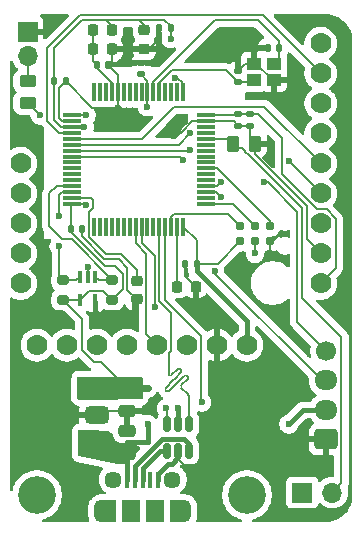
<source format=gtl>
G04 #@! TF.GenerationSoftware,KiCad,Pcbnew,9.0.0*
G04 #@! TF.CreationDate,2025-03-18T22:55:58-07:00*
G04 #@! TF.ProjectId,timingGatesSTM32V1,74696d69-6e67-4476-9174-657353544d33,rev?*
G04 #@! TF.SameCoordinates,Original*
G04 #@! TF.FileFunction,Copper,L1,Top*
G04 #@! TF.FilePolarity,Positive*
%FSLAX46Y46*%
G04 Gerber Fmt 4.6, Leading zero omitted, Abs format (unit mm)*
G04 Created by KiCad (PCBNEW 9.0.0) date 2025-03-18 22:55:58*
%MOMM*%
%LPD*%
G01*
G04 APERTURE LIST*
G04 Aperture macros list*
%AMRoundRect*
0 Rectangle with rounded corners*
0 $1 Rounding radius*
0 $2 $3 $4 $5 $6 $7 $8 $9 X,Y pos of 4 corners*
0 Add a 4 corners polygon primitive as box body*
4,1,4,$2,$3,$4,$5,$6,$7,$8,$9,$2,$3,0*
0 Add four circle primitives for the rounded corners*
1,1,$1+$1,$2,$3*
1,1,$1+$1,$4,$5*
1,1,$1+$1,$6,$7*
1,1,$1+$1,$8,$9*
0 Add four rect primitives between the rounded corners*
20,1,$1+$1,$2,$3,$4,$5,0*
20,1,$1+$1,$4,$5,$6,$7,0*
20,1,$1+$1,$6,$7,$8,$9,0*
20,1,$1+$1,$8,$9,$2,$3,0*%
G04 Aperture macros list end*
G04 #@! TA.AperFunction,SMDPad,CuDef*
%ADD10R,0.450000X1.000000*%
G04 #@! TD*
G04 #@! TA.AperFunction,SMDPad,CuDef*
%ADD11RoundRect,0.218750X-0.218750X-0.256250X0.218750X-0.256250X0.218750X0.256250X-0.218750X0.256250X0*%
G04 #@! TD*
G04 #@! TA.AperFunction,SMDPad,CuDef*
%ADD12RoundRect,0.140000X0.170000X-0.140000X0.170000X0.140000X-0.170000X0.140000X-0.170000X-0.140000X0*%
G04 #@! TD*
G04 #@! TA.AperFunction,ComponentPad*
%ADD13R,1.700000X1.700000*%
G04 #@! TD*
G04 #@! TA.AperFunction,ComponentPad*
%ADD14O,1.700000X1.700000*%
G04 #@! TD*
G04 #@! TA.AperFunction,SMDPad,CuDef*
%ADD15RoundRect,0.140000X-0.140000X-0.170000X0.140000X-0.170000X0.140000X0.170000X-0.140000X0.170000X0*%
G04 #@! TD*
G04 #@! TA.AperFunction,SMDPad,CuDef*
%ADD16RoundRect,0.140000X0.140000X0.170000X-0.140000X0.170000X-0.140000X-0.170000X0.140000X-0.170000X0*%
G04 #@! TD*
G04 #@! TA.AperFunction,SMDPad,CuDef*
%ADD17RoundRect,0.375000X0.625000X0.375000X-0.625000X0.375000X-0.625000X-0.375000X0.625000X-0.375000X0*%
G04 #@! TD*
G04 #@! TA.AperFunction,SMDPad,CuDef*
%ADD18RoundRect,0.500000X0.500000X1.400000X-0.500000X1.400000X-0.500000X-1.400000X0.500000X-1.400000X0*%
G04 #@! TD*
G04 #@! TA.AperFunction,SMDPad,CuDef*
%ADD19RoundRect,0.200000X-0.275000X0.200000X-0.275000X-0.200000X0.275000X-0.200000X0.275000X0.200000X0*%
G04 #@! TD*
G04 #@! TA.AperFunction,SMDPad,CuDef*
%ADD20RoundRect,0.250000X0.262500X0.450000X-0.262500X0.450000X-0.262500X-0.450000X0.262500X-0.450000X0*%
G04 #@! TD*
G04 #@! TA.AperFunction,SMDPad,CuDef*
%ADD21RoundRect,0.225000X0.225000X0.250000X-0.225000X0.250000X-0.225000X-0.250000X0.225000X-0.250000X0*%
G04 #@! TD*
G04 #@! TA.AperFunction,ComponentPad*
%ADD22C,1.778000*%
G04 #@! TD*
G04 #@! TA.AperFunction,ComponentPad*
%ADD23C,1.700000*%
G04 #@! TD*
G04 #@! TA.AperFunction,ComponentPad*
%ADD24O,1.950000X1.700000*%
G04 #@! TD*
G04 #@! TA.AperFunction,ComponentPad*
%ADD25RoundRect,0.250000X-0.725000X0.600000X-0.725000X-0.600000X0.725000X-0.600000X0.725000X0.600000X0*%
G04 #@! TD*
G04 #@! TA.AperFunction,ConnectorPad*
%ADD26C,0.787400*%
G04 #@! TD*
G04 #@! TA.AperFunction,SMDPad,CuDef*
%ADD27RoundRect,0.075000X-0.075000X0.700000X-0.075000X-0.700000X0.075000X-0.700000X0.075000X0.700000X0*%
G04 #@! TD*
G04 #@! TA.AperFunction,SMDPad,CuDef*
%ADD28RoundRect,0.075000X-0.700000X0.075000X-0.700000X-0.075000X0.700000X-0.075000X0.700000X0.075000X0*%
G04 #@! TD*
G04 #@! TA.AperFunction,SMDPad,CuDef*
%ADD29RoundRect,0.225000X-0.250000X0.225000X-0.250000X-0.225000X0.250000X-0.225000X0.250000X0.225000X0*%
G04 #@! TD*
G04 #@! TA.AperFunction,SMDPad,CuDef*
%ADD30RoundRect,0.250000X0.475000X-0.250000X0.475000X0.250000X-0.475000X0.250000X-0.475000X-0.250000X0*%
G04 #@! TD*
G04 #@! TA.AperFunction,SMDPad,CuDef*
%ADD31RoundRect,0.250000X-0.450000X0.262500X-0.450000X-0.262500X0.450000X-0.262500X0.450000X0.262500X0*%
G04 #@! TD*
G04 #@! TA.AperFunction,ComponentPad*
%ADD32C,3.200000*%
G04 #@! TD*
G04 #@! TA.AperFunction,SMDPad,CuDef*
%ADD33RoundRect,0.250000X-0.475000X0.250000X-0.475000X-0.250000X0.475000X-0.250000X0.475000X0.250000X0*%
G04 #@! TD*
G04 #@! TA.AperFunction,SMDPad,CuDef*
%ADD34RoundRect,0.225000X0.250000X-0.225000X0.250000X0.225000X-0.250000X0.225000X-0.250000X-0.225000X0*%
G04 #@! TD*
G04 #@! TA.AperFunction,SMDPad,CuDef*
%ADD35RoundRect,0.140000X-0.170000X0.140000X-0.170000X-0.140000X0.170000X-0.140000X0.170000X0.140000X0*%
G04 #@! TD*
G04 #@! TA.AperFunction,SMDPad,CuDef*
%ADD36R,1.150000X1.000000*%
G04 #@! TD*
G04 #@! TA.AperFunction,SMDPad,CuDef*
%ADD37R,0.400000X1.350000*%
G04 #@! TD*
G04 #@! TA.AperFunction,ComponentPad*
%ADD38O,1.200000X1.900000*%
G04 #@! TD*
G04 #@! TA.AperFunction,SMDPad,CuDef*
%ADD39R,1.200000X1.900000*%
G04 #@! TD*
G04 #@! TA.AperFunction,ComponentPad*
%ADD40C,1.450000*%
G04 #@! TD*
G04 #@! TA.AperFunction,SMDPad,CuDef*
%ADD41R,1.500000X1.900000*%
G04 #@! TD*
G04 #@! TA.AperFunction,SMDPad,CuDef*
%ADD42RoundRect,0.150000X0.150000X-0.512500X0.150000X0.512500X-0.150000X0.512500X-0.150000X-0.512500X0*%
G04 #@! TD*
G04 #@! TA.AperFunction,ViaPad*
%ADD43C,0.600000*%
G04 #@! TD*
G04 #@! TA.AperFunction,Conductor*
%ADD44C,0.200000*%
G04 #@! TD*
G04 #@! TA.AperFunction,Conductor*
%ADD45C,0.400000*%
G04 #@! TD*
G04 #@! TA.AperFunction,Conductor*
%ADD46C,0.600000*%
G04 #@! TD*
G04 APERTURE END LIST*
D10*
X70980000Y-107870000D03*
X70330000Y-107870000D03*
X69680000Y-107870000D03*
X69680000Y-109870000D03*
X70980000Y-109870000D03*
D11*
X70802500Y-87020000D03*
X72377500Y-87020000D03*
D12*
X83100000Y-95080000D03*
X83100000Y-94120000D03*
D13*
X88500000Y-126140000D03*
D14*
X91040000Y-126140000D03*
D15*
X78590000Y-106750000D03*
X79550000Y-106750000D03*
D16*
X86530000Y-88500000D03*
X85570000Y-88500000D03*
D17*
X71100000Y-121900000D03*
X71100000Y-119600000D03*
D18*
X64800000Y-119600000D03*
D17*
X71100000Y-117300000D03*
D19*
X68240000Y-108175000D03*
X68240000Y-109825000D03*
D20*
X84472500Y-96600000D03*
X82647500Y-96600000D03*
D21*
X72365000Y-88620000D03*
X70815000Y-88620000D03*
D22*
X90069800Y-108437000D03*
X90069800Y-105897000D03*
X90069800Y-103357000D03*
X90069800Y-100817000D03*
X90069800Y-98277000D03*
X90069800Y-95737000D03*
X90069800Y-93197000D03*
X90069800Y-90657000D03*
X90069800Y-88117000D03*
X64669800Y-108437000D03*
X64669800Y-105897000D03*
X64669800Y-103357000D03*
X64669800Y-100817000D03*
X64669800Y-98277000D03*
D12*
X83050000Y-91420000D03*
X83050000Y-90460000D03*
X84100000Y-95080000D03*
X84100000Y-94120000D03*
D16*
X72070000Y-89930000D03*
X71110000Y-89930000D03*
X68460000Y-91310000D03*
X67500000Y-91310000D03*
D15*
X76400000Y-86770000D03*
X77360000Y-86770000D03*
D23*
X90520000Y-114140000D03*
D24*
X90520000Y-116640000D03*
X90520000Y-119140000D03*
D25*
X90520000Y-121640000D03*
D26*
X83230000Y-104870000D03*
X83230000Y-103600000D03*
X84500000Y-104870000D03*
X84500000Y-103600000D03*
X85770000Y-104870000D03*
X85770000Y-103600000D03*
D21*
X79475000Y-108700000D03*
X77925000Y-108700000D03*
D27*
X78395000Y-92270000D03*
X77895000Y-92270000D03*
X77395000Y-92270000D03*
X76895000Y-92270000D03*
X76395000Y-92270000D03*
X75895000Y-92270000D03*
X75395000Y-92270000D03*
X74895000Y-92270000D03*
X74395000Y-92270000D03*
X73895000Y-92270000D03*
X73395000Y-92270000D03*
X72895000Y-92270000D03*
X72395000Y-92270000D03*
X71895000Y-92270000D03*
X71395000Y-92270000D03*
X70895000Y-92270000D03*
D28*
X68970000Y-94195000D03*
X68970000Y-94695000D03*
X68970000Y-95195000D03*
X68970000Y-95695000D03*
X68970000Y-96195000D03*
X68970000Y-96695000D03*
X68970000Y-97195000D03*
X68970000Y-97695000D03*
X68970000Y-98195000D03*
X68970000Y-98695000D03*
X68970000Y-99195000D03*
X68970000Y-99695000D03*
X68970000Y-100195000D03*
X68970000Y-100695000D03*
X68970000Y-101195000D03*
X68970000Y-101695000D03*
D27*
X70895000Y-103620000D03*
X71395000Y-103620000D03*
X71895000Y-103620000D03*
X72395000Y-103620000D03*
X72895000Y-103620000D03*
X73395000Y-103620000D03*
X73895000Y-103620000D03*
X74395000Y-103620000D03*
X74895000Y-103620000D03*
X75395000Y-103620000D03*
X75895000Y-103620000D03*
X76395000Y-103620000D03*
X76895000Y-103620000D03*
X77395000Y-103620000D03*
X77895000Y-103620000D03*
X78395000Y-103620000D03*
D28*
X80320000Y-101695000D03*
X80320000Y-101195000D03*
X80320000Y-100695000D03*
X80320000Y-100195000D03*
X80320000Y-99695000D03*
X80320000Y-99195000D03*
X80320000Y-98695000D03*
X80320000Y-98195000D03*
X80320000Y-97695000D03*
X80320000Y-97195000D03*
X80320000Y-96695000D03*
X80320000Y-96195000D03*
X80320000Y-95695000D03*
X80320000Y-95195000D03*
X80320000Y-94695000D03*
X80320000Y-94195000D03*
D29*
X74500000Y-108225000D03*
X74500000Y-109775000D03*
D30*
X73700000Y-122850000D03*
X73700000Y-120950000D03*
D13*
X65240000Y-87140000D03*
D14*
X65240000Y-89140000D03*
D31*
X65240000Y-91337500D03*
X65240000Y-93162500D03*
D22*
X83820000Y-113660000D03*
X81280000Y-113660000D03*
X78740000Y-113660000D03*
X76200000Y-113660000D03*
X73660000Y-113660000D03*
X71120000Y-113660000D03*
X68580000Y-113660000D03*
X66040000Y-113660000D03*
D32*
X83820000Y-126360000D03*
X66040000Y-126360000D03*
D33*
X73700000Y-117300000D03*
X73700000Y-119200000D03*
D34*
X75135000Y-88565000D03*
X75135000Y-87015000D03*
D35*
X74870000Y-89780000D03*
X74870000Y-90740000D03*
D36*
X84385000Y-91220000D03*
X86135000Y-91220000D03*
X86135000Y-89820000D03*
X84385000Y-89820000D03*
D19*
X72420000Y-108175000D03*
X72420000Y-109825000D03*
D16*
X69850000Y-103810000D03*
X68890000Y-103810000D03*
D37*
X73700000Y-125037500D03*
X74350000Y-125037500D03*
X75000000Y-125037500D03*
X75650000Y-125037500D03*
X76300000Y-125037500D03*
D38*
X71500000Y-127737500D03*
D39*
X72100000Y-127737500D03*
D40*
X72500000Y-125037500D03*
D41*
X74000000Y-127737500D03*
X76000000Y-127737500D03*
D40*
X77500000Y-125037500D03*
D39*
X77900000Y-127737500D03*
D38*
X78500000Y-127737500D03*
D42*
X77050000Y-122637500D03*
X78000000Y-122637500D03*
X78950000Y-122637500D03*
X78950000Y-120362500D03*
X78000000Y-120362500D03*
X77050000Y-120362500D03*
D43*
X77000000Y-119000000D03*
X80000000Y-118500000D03*
X77703060Y-91003060D03*
X70150181Y-101795000D03*
X75400000Y-117300000D03*
X77360000Y-87700000D03*
X70059352Y-95195000D03*
X78000000Y-119000000D03*
X87350000Y-120350000D03*
X75400000Y-120350000D03*
X81588278Y-99859092D03*
X85265735Y-99859092D03*
X81114700Y-107350000D03*
X81594684Y-101094863D03*
X74200000Y-111600000D03*
X84385000Y-88510000D03*
X72890000Y-93550000D03*
X66250000Y-119610000D03*
X77629265Y-95979265D03*
X80140000Y-123820000D03*
X90520000Y-123300000D03*
X67280000Y-86220000D03*
X76400000Y-87700000D03*
X73600000Y-111600000D03*
X85770000Y-105900000D03*
X70355485Y-107069351D03*
X84500000Y-105900000D03*
X75395000Y-93500000D03*
X67900000Y-105300000D03*
X67900000Y-102700000D03*
X87356400Y-98103600D03*
X78445000Y-97990000D03*
X79000000Y-95740000D03*
X75995000Y-110406472D03*
X78980000Y-97170000D03*
X70225000Y-94195000D03*
X66300000Y-94190000D03*
D44*
X67894000Y-100962176D02*
X67894000Y-102694000D01*
X67894000Y-102694000D02*
X67900000Y-102700000D01*
X77389000Y-112536370D02*
X77389000Y-110939000D01*
X76395000Y-109945000D02*
X76395000Y-103620000D01*
X77389000Y-110939000D02*
X76395000Y-109945000D01*
X77050000Y-119050000D02*
X77000000Y-119000000D01*
X77050000Y-120362500D02*
X77050000Y-119050000D01*
X79926250Y-118426250D02*
X80000000Y-118500000D01*
X79926250Y-117540000D02*
X79926250Y-118426250D01*
X79926250Y-117540000D02*
X79926250Y-116133750D01*
X76895000Y-109845000D02*
X76895000Y-103620000D01*
X79930000Y-112880000D02*
X76895000Y-109845000D01*
X79930000Y-116130000D02*
X79930000Y-112880000D01*
X79926250Y-116133750D02*
X79930000Y-116130000D01*
D45*
X78000000Y-119000000D02*
X78000000Y-120362500D01*
D44*
X81350000Y-106750000D02*
X79550000Y-106750000D01*
X71900000Y-86140000D02*
X69830000Y-86140000D01*
X73300000Y-107640000D02*
X73300000Y-108945000D01*
X77360000Y-86680000D02*
X76820000Y-86140000D01*
X78395000Y-91462590D02*
X78395000Y-92270000D01*
X90557300Y-102163000D02*
X91340000Y-102945700D01*
X69830000Y-86140000D02*
X67500000Y-88470000D01*
X84770000Y-94120000D02*
X86756400Y-96106400D01*
X71806218Y-106970000D02*
X72630000Y-106970000D01*
X86756400Y-96106400D02*
X86756400Y-99186400D01*
X68970000Y-95195000D02*
X68096904Y-95195000D01*
X68096904Y-95195000D02*
X67495000Y-94593096D01*
X70480000Y-109070000D02*
X71665000Y-109070000D01*
X71460750Y-115060750D02*
X70839250Y-115060750D01*
X68955000Y-95210000D02*
X68970000Y-95195000D01*
X72630000Y-106970000D02*
X73300000Y-107640000D01*
X83100000Y-94120000D02*
X84100000Y-94120000D01*
X91340000Y-102945700D02*
X91340000Y-107156800D01*
D45*
X83820000Y-113660000D02*
X83820000Y-111620000D01*
D44*
X72377500Y-86617500D02*
X71900000Y-86140000D01*
X75135000Y-87015000D02*
X75135000Y-86585000D01*
X79550000Y-106750000D02*
X79550000Y-106773866D01*
X67500000Y-92520000D02*
X67500000Y-91310000D01*
X68970000Y-103720000D02*
X68880000Y-103810000D01*
X68920000Y-95245000D02*
X68970000Y-95195000D01*
X69857500Y-114079000D02*
X70839250Y-115060750D01*
X69857500Y-111442500D02*
X69857500Y-114079000D01*
X77935470Y-91003060D02*
X78395000Y-91462590D01*
X68890000Y-103810000D02*
X68890000Y-101775000D01*
X68240000Y-109825000D02*
X69635000Y-109825000D01*
X77703060Y-91003060D02*
X77935470Y-91003060D01*
X69635000Y-109825000D02*
X69680000Y-109870000D01*
X91340000Y-107156800D02*
X90064800Y-108432000D01*
X68240000Y-109825000D02*
X69857500Y-111442500D01*
X68890000Y-101775000D02*
X68970000Y-101695000D01*
X68880000Y-103810000D02*
X68880000Y-104043782D01*
X71806218Y-106970000D02*
X68890000Y-104053782D01*
X70050181Y-101695000D02*
X68970000Y-101695000D01*
X89733000Y-102163000D02*
X90557300Y-102163000D01*
X72377500Y-87020000D02*
X72377500Y-86617500D01*
X72470000Y-87020000D02*
X72475000Y-87015000D01*
X77355000Y-86675000D02*
X77380000Y-86700000D01*
X71460750Y-115060750D02*
X73700000Y-117300000D01*
D45*
X83820000Y-111620000D02*
X79550000Y-107350000D01*
D44*
X83230000Y-104870000D02*
X81350000Y-106750000D01*
X79550000Y-104775000D02*
X79550000Y-106750000D01*
X80320000Y-94195000D02*
X83025000Y-94195000D01*
X78395000Y-103620000D02*
X79550000Y-104775000D01*
X69680000Y-109870000D02*
X70480000Y-109070000D01*
X67500000Y-88470000D02*
X67500000Y-91310000D01*
X77305000Y-86625000D02*
X77380000Y-86700000D01*
D46*
X75400000Y-117300000D02*
X75335657Y-117300000D01*
D44*
X70059352Y-95195000D02*
X68970000Y-95195000D01*
X70150181Y-101795000D02*
X70050181Y-101695000D01*
X71900000Y-86140000D02*
X74690000Y-86140000D01*
X73300000Y-108945000D02*
X72420000Y-109825000D01*
X71665000Y-109070000D02*
X72420000Y-109825000D01*
X83025000Y-94195000D02*
X83100000Y-94120000D01*
X74690000Y-86140000D02*
X76820000Y-86140000D01*
X68890000Y-104053782D02*
X68890000Y-103810000D01*
X86756400Y-99186400D02*
X89733000Y-102163000D01*
X75135000Y-86585000D02*
X74690000Y-86140000D01*
X75130000Y-87320000D02*
X75135000Y-87315000D01*
X77360000Y-86770000D02*
X77360000Y-86680000D01*
X67495000Y-94593096D02*
X67495000Y-92525000D01*
X77412500Y-86732500D02*
X77380000Y-86700000D01*
X84100000Y-94120000D02*
X84770000Y-94120000D01*
X67495000Y-92525000D02*
X67500000Y-92520000D01*
D45*
X79550000Y-107350000D02*
X79550000Y-106750000D01*
D44*
X69615000Y-109935000D02*
X69680000Y-109870000D01*
D46*
X73700000Y-117300000D02*
X75400000Y-117300000D01*
D44*
X72377500Y-87020000D02*
X72470000Y-87020000D01*
X77360000Y-87700000D02*
X77360000Y-86770000D01*
D45*
X73700000Y-121900000D02*
X75400000Y-121900000D01*
X90520000Y-119140000D02*
X88560000Y-119140000D01*
X70810000Y-121860000D02*
X70800000Y-121850000D01*
D44*
X90510000Y-118810000D02*
X90520000Y-118800000D01*
D45*
X75400000Y-121900000D02*
X75400000Y-120350000D01*
X73700000Y-125037500D02*
X73700000Y-122850000D01*
D44*
X90515000Y-118810000D02*
X90525000Y-118800000D01*
D45*
X88560000Y-119140000D02*
X87350000Y-120350000D01*
X73700000Y-121900000D02*
X73700000Y-122850000D01*
D44*
X85265735Y-99859092D02*
X85578749Y-99859092D01*
X90180000Y-114140000D02*
X90520000Y-114140000D01*
X81252370Y-100195000D02*
X80320000Y-100195000D01*
X85578749Y-99859092D02*
X88075800Y-102356143D01*
X88075800Y-111695800D02*
X90520000Y-114140000D01*
X88075800Y-102356143D02*
X88075800Y-111695800D01*
X81588278Y-99859092D02*
X81252370Y-100195000D01*
X90140000Y-116640000D02*
X90520000Y-116640000D01*
X81594684Y-101094863D02*
X81194821Y-100695000D01*
X90520000Y-116295000D02*
X90520000Y-116640000D01*
X81114700Y-107350000D02*
X81114700Y-107614700D01*
X81114700Y-107614700D02*
X90140000Y-116640000D01*
X81194821Y-100695000D02*
X80320000Y-100695000D01*
X75275000Y-112735000D02*
X76200000Y-113660000D01*
X74395000Y-103620000D02*
X74395000Y-105046471D01*
X74395000Y-105046471D02*
X75275000Y-105926471D01*
X75275000Y-105926471D02*
X75275000Y-112735000D01*
X75900000Y-103625000D02*
X75895000Y-103620000D01*
X80140000Y-123820000D02*
X78520001Y-123820000D01*
D45*
X77431974Y-123700000D02*
X77162500Y-123700000D01*
D44*
X67895000Y-94427410D02*
X67895000Y-92690686D01*
X69850000Y-104448096D02*
X69850000Y-103810000D01*
X78000000Y-123299999D02*
X78000000Y-122637500D01*
X71500000Y-119200000D02*
X71100000Y-119600000D01*
X70330000Y-107094836D02*
X70330000Y-107870000D01*
X75135000Y-88565000D02*
X75535000Y-88565000D01*
X68460000Y-91310000D02*
X67900000Y-91870000D01*
X72895000Y-90755000D02*
X72070000Y-89930000D01*
X72890000Y-92275000D02*
X72895000Y-92270000D01*
D45*
X77431974Y-123700000D02*
X78000000Y-123131974D01*
D44*
X73700000Y-119200000D02*
X71500000Y-119200000D01*
X85560000Y-88510000D02*
X85570000Y-88500000D01*
X78590000Y-107815000D02*
X79475000Y-108700000D01*
D45*
X76300000Y-125037500D02*
X76300000Y-124562500D01*
D44*
X86010000Y-91220000D02*
X86135000Y-91220000D01*
X84610000Y-89820000D02*
X86010000Y-91220000D01*
X68162590Y-94695000D02*
X67895000Y-94427410D01*
X72895000Y-92270000D02*
X72895000Y-90755000D01*
X73700000Y-107100000D02*
X73700000Y-108975000D01*
X84100000Y-96227500D02*
X84472500Y-96600000D01*
X90064800Y-105892000D02*
X88875800Y-104703000D01*
X84385000Y-89820000D02*
X83690000Y-89820000D01*
X84115000Y-90090000D02*
X84385000Y-89820000D01*
X77920735Y-95979265D02*
X78400000Y-95500000D01*
X67895000Y-92690686D02*
X67900000Y-92685686D01*
X80320000Y-94695000D02*
X82715000Y-94695000D01*
X70700000Y-93550000D02*
X68460000Y-91310000D01*
X84770000Y-96302500D02*
X84472500Y-96600000D01*
X67280000Y-86220000D02*
X66360000Y-87140000D01*
X75535000Y-88565000D02*
X76400000Y-87700000D01*
X83050000Y-89250000D02*
X83050000Y-90460000D01*
X72950000Y-106350000D02*
X73700000Y-107100000D01*
X88875800Y-104703000D02*
X88875800Y-101871486D01*
X84385000Y-88510000D02*
X85560000Y-88510000D01*
X77629265Y-95979265D02*
X77920735Y-95979265D01*
X84100000Y-95080000D02*
X84100000Y-96227500D01*
X71751904Y-106350000D02*
X69850000Y-104448096D01*
X74500000Y-109775000D02*
X74200000Y-110075000D01*
X88875800Y-101871486D02*
X84472500Y-97468186D01*
X68970000Y-94695000D02*
X68162590Y-94695000D01*
X72950000Y-106350000D02*
X71751904Y-106350000D01*
X72890000Y-93550000D02*
X70700000Y-93550000D01*
X70355485Y-107069351D02*
X70330000Y-107094836D01*
X76400000Y-87700000D02*
X76400000Y-86770000D01*
X85770000Y-105900000D02*
X85770000Y-104870000D01*
X70980000Y-110580000D02*
X70980000Y-109870000D01*
X66250000Y-119610000D02*
X66260000Y-119600000D01*
X72365000Y-89635000D02*
X72070000Y-89930000D01*
X84385000Y-88510000D02*
X83790000Y-88510000D01*
X78400000Y-95500000D02*
X78400000Y-95491471D01*
X78520001Y-123820000D02*
X78000000Y-123299999D01*
X84500000Y-96572500D02*
X84472500Y-96600000D01*
X84472500Y-97468186D02*
X84472500Y-96600000D01*
X74200000Y-110075000D02*
X74200000Y-111600000D01*
X84385000Y-89820000D02*
X84610000Y-89820000D01*
X75080000Y-88620000D02*
X75135000Y-88565000D01*
X83100000Y-95080000D02*
X84100000Y-95080000D01*
X72000000Y-111600000D02*
X70980000Y-110580000D01*
X67900000Y-92685686D02*
X67900000Y-91870000D01*
X73600000Y-111600000D02*
X72000000Y-111600000D01*
X72890000Y-93550000D02*
X72890000Y-92275000D01*
X78400000Y-95491471D02*
X79196471Y-94695000D01*
X78590000Y-106750000D02*
X78590000Y-107815000D01*
X72365000Y-88620000D02*
X72365000Y-89635000D01*
X83690000Y-89820000D02*
X83050000Y-90460000D01*
X73700000Y-120950000D02*
X73700000Y-119200000D01*
D45*
X78000000Y-123131974D02*
X78000000Y-122637500D01*
D44*
X73700000Y-108975000D02*
X74500000Y-109775000D01*
X83790000Y-88510000D02*
X83050000Y-89250000D01*
X72365000Y-88620000D02*
X75080000Y-88620000D01*
X82715000Y-94695000D02*
X83100000Y-95080000D01*
D45*
X76300000Y-124562500D02*
X77162500Y-123700000D01*
D44*
X79196471Y-94695000D02*
X80320000Y-94695000D01*
X66360000Y-87140000D02*
X65240000Y-87140000D01*
D45*
X76454054Y-122637500D02*
X77050000Y-122637500D01*
X75000000Y-124091554D02*
X76454054Y-122637500D01*
X75000000Y-125037500D02*
X75000000Y-124091554D01*
X74350000Y-125037500D02*
X74350000Y-123893026D01*
X78950000Y-122000000D02*
X78950000Y-122637500D01*
X78525000Y-121575000D02*
X78950000Y-122000000D01*
X74350000Y-123893026D02*
X76668026Y-121575000D01*
X76668026Y-121575000D02*
X78525000Y-121575000D01*
D44*
X76395000Y-92270000D02*
X76395000Y-91462590D01*
X82030000Y-90400000D02*
X83050000Y-91420000D01*
X84185000Y-91420000D02*
X84385000Y-91220000D01*
X77457590Y-90400000D02*
X82030000Y-90400000D01*
X84215000Y-91050000D02*
X84385000Y-91220000D01*
X83050000Y-91420000D02*
X84185000Y-91420000D01*
X76395000Y-91462590D02*
X77457590Y-90400000D01*
X81141904Y-86150000D02*
X75895000Y-91396904D01*
X86530000Y-87950001D02*
X84729999Y-86150000D01*
X75895000Y-91396904D02*
X75895000Y-92270000D01*
X86030000Y-89715000D02*
X86135000Y-89820000D01*
X86530000Y-88500000D02*
X86530000Y-87950001D01*
X86530000Y-89425000D02*
X86135000Y-89820000D01*
X84729999Y-86150000D02*
X81141904Y-86150000D01*
X86530000Y-88500000D02*
X86530000Y-89425000D01*
X73115685Y-105950000D02*
X74500000Y-107334315D01*
X70445000Y-104477410D02*
X71917590Y-105950000D01*
X70605000Y-101195000D02*
X70750181Y-101340181D01*
X68970000Y-101195000D02*
X70605000Y-101195000D01*
X70750181Y-102043529D02*
X70445000Y-102348710D01*
X70445000Y-102348710D02*
X70445000Y-104477410D01*
X71917590Y-105950000D02*
X73115685Y-105950000D01*
X74500000Y-107334315D02*
X74500000Y-108225000D01*
X70750181Y-101340181D02*
X70750181Y-102043529D01*
X77975000Y-109050000D02*
X77895000Y-108970000D01*
X77925000Y-103650000D02*
X77895000Y-103620000D01*
X77925000Y-108700000D02*
X77925000Y-103650000D01*
X74870000Y-90740000D02*
X75395000Y-91265000D01*
X75430000Y-92235000D02*
X75395000Y-92270000D01*
X75395000Y-93500000D02*
X75395000Y-92270000D01*
X84500000Y-105900000D02*
X84500000Y-104870000D01*
X75395000Y-91265000D02*
X75395000Y-92270000D01*
X70815000Y-88620000D02*
X70815000Y-89635000D01*
X70815000Y-87032500D02*
X70802500Y-87020000D01*
X71110000Y-89930000D02*
X71110000Y-90177590D01*
X70815000Y-88620000D02*
X70815000Y-87032500D01*
X72395000Y-91462590D02*
X72395000Y-92270000D01*
X70815000Y-89635000D02*
X71110000Y-89930000D01*
X71110000Y-90177590D02*
X72395000Y-91462590D01*
X65240000Y-91337500D02*
X65240000Y-89140000D01*
X65060000Y-89180000D02*
X65100000Y-89140000D01*
X77662590Y-102545000D02*
X82175000Y-102545000D01*
X82175000Y-102545000D02*
X83230000Y-103600000D01*
X77395000Y-103620000D02*
X77395000Y-102812590D01*
X77395000Y-102812590D02*
X77662590Y-102545000D01*
X80320000Y-101695000D02*
X82595000Y-101695000D01*
X82595000Y-101695000D02*
X84500000Y-103600000D01*
X80320000Y-98695000D02*
X81272716Y-98695000D01*
X81272716Y-98695000D02*
X85770000Y-103192284D01*
X85770000Y-103192284D02*
X85770000Y-103600000D01*
X67100000Y-100805785D02*
X67100000Y-103595686D01*
X72318866Y-108175000D02*
X72420000Y-108175000D01*
X67710785Y-100195000D02*
X67100000Y-100805785D01*
X71285000Y-108175000D02*
X70980000Y-107870000D01*
X72420000Y-108150882D02*
X72420000Y-108175000D01*
X68970000Y-100195000D02*
X67710785Y-100195000D01*
X72420000Y-108175000D02*
X71285000Y-108175000D01*
X68964804Y-104695686D02*
X72420000Y-108150882D01*
X68200000Y-104695686D02*
X68964804Y-104695686D01*
X67100000Y-103595686D02*
X68200000Y-104695686D01*
X68162590Y-100695000D02*
X68113590Y-100744000D01*
X68113590Y-100744000D02*
X68112176Y-100744000D01*
X69375000Y-108175000D02*
X69680000Y-107870000D01*
X67900000Y-105300000D02*
X67900000Y-107835000D01*
X68200000Y-108135000D02*
X68240000Y-108175000D01*
X68220000Y-108265000D02*
X68240000Y-108285000D01*
X68240000Y-108175000D02*
X69375000Y-108175000D01*
X68112176Y-100744000D02*
X67894000Y-100962176D01*
X67900000Y-107835000D02*
X68240000Y-108175000D01*
X68970000Y-100695000D02*
X68162590Y-100695000D01*
X90064800Y-100812000D02*
X87356400Y-98103600D01*
X78150000Y-97695000D02*
X68970000Y-97695000D01*
X78445000Y-97990000D02*
X78150000Y-97695000D01*
X74935000Y-96195000D02*
X68970000Y-96195000D01*
X77640000Y-93490000D02*
X74935000Y-96195000D01*
X90064800Y-98264800D02*
X85290000Y-93490000D01*
X85290000Y-93490000D02*
X77640000Y-93490000D01*
X90064800Y-98272000D02*
X90064800Y-98264800D01*
X79000000Y-95740000D02*
X78045000Y-96695000D01*
X78045000Y-96695000D02*
X68970000Y-96695000D01*
X75995000Y-110406472D02*
X75895000Y-110306472D01*
X74895000Y-103620000D02*
X74895000Y-104980785D01*
X75995000Y-106080785D02*
X75995000Y-110406472D01*
X74895000Y-104980785D02*
X75995000Y-106080785D01*
X77389000Y-112536370D02*
X77389000Y-114152500D01*
X90064800Y-90652000D02*
X85152800Y-85740000D01*
X67936471Y-95695000D02*
X68970000Y-95695000D01*
X69660000Y-85740000D02*
X66900000Y-88500000D01*
X66900000Y-88500000D02*
X66900000Y-94658529D01*
X66900000Y-94658529D02*
X67936471Y-95695000D01*
X85152800Y-85740000D02*
X69660000Y-85740000D01*
X89748000Y-90652000D02*
X90064800Y-90652000D01*
X78955000Y-97195000D02*
X68970000Y-97195000D01*
X78980000Y-97170000D02*
X78955000Y-97195000D01*
X66267500Y-94190000D02*
X65240000Y-93162500D01*
X68970000Y-94195000D02*
X70225000Y-94195000D01*
X66300000Y-94190000D02*
X66267500Y-94190000D01*
X66300000Y-94190000D02*
X66087500Y-94190000D01*
X91820000Y-125360000D02*
X91040000Y-126140000D01*
X83975256Y-97600000D02*
X84030000Y-97600000D01*
X88475800Y-102045800D02*
X88475800Y-109641056D01*
X91820000Y-112985256D02*
X91820000Y-125360000D01*
X88475800Y-109641056D02*
X91820000Y-112985256D01*
X83660000Y-97230000D02*
X83660000Y-97284744D01*
X83377500Y-96947500D02*
X83660000Y-97230000D01*
X82647500Y-96947500D02*
X83377500Y-96947500D01*
X80320000Y-96195000D02*
X82242500Y-96195000D01*
X82647500Y-96610000D02*
X82647500Y-96947500D01*
X84030000Y-97600000D02*
X88475800Y-102045800D01*
X82647500Y-96600000D02*
X82647500Y-96947500D01*
X82232500Y-96195000D02*
X82647500Y-96610000D01*
X82242500Y-96195000D02*
X82647500Y-96600000D01*
X83660000Y-97284744D02*
X83975256Y-97600000D01*
X78179283Y-115680482D02*
X78235851Y-115737050D01*
X76934772Y-117490673D02*
X76991340Y-117547241D01*
X77189333Y-115950000D02*
X77189333Y-116217883D01*
X77698448Y-116500724D02*
X77585311Y-116613861D01*
X77981288Y-116783563D02*
X78518689Y-116246162D01*
X77189333Y-115500000D02*
X77189333Y-115950000D01*
X77217614Y-117547241D02*
X77868152Y-116896702D01*
X77868152Y-116896702D02*
X77981288Y-116783563D01*
X77415607Y-116217883D02*
X77953009Y-115680482D01*
X78710708Y-117739258D02*
X78950000Y-117978550D01*
X78950000Y-117978550D02*
X78950000Y-120362500D01*
X76991340Y-117547241D02*
G75*
G03*
X77217614Y-117547241I113137J113137D01*
G01*
X77585311Y-116613861D02*
X76934772Y-117264399D01*
X78264130Y-117066406D02*
G75*
G03*
X78264173Y-117292637I113170J-113094D01*
G01*
X78801533Y-116529006D02*
X78264130Y-117066406D01*
X77953009Y-115680482D02*
G75*
G02*
X78179283Y-115680482I113137J-113137D01*
G01*
X76934772Y-117264399D02*
G75*
G03*
X76934808Y-117490637I113128J-113101D01*
G01*
X78264130Y-117292680D02*
X78320700Y-117349250D01*
X78801533Y-116302732D02*
G75*
G02*
X78801564Y-116529037I-113133J-113168D01*
G01*
X78744965Y-116246164D02*
X78801533Y-116302732D01*
X78235851Y-115963324D02*
X77698448Y-116500724D01*
X78235851Y-115737050D02*
G75*
G02*
X78235864Y-115963337I-113151J-113150D01*
G01*
X78518689Y-116246162D02*
G75*
G02*
X78744939Y-116246190I113111J-113138D01*
G01*
X78320700Y-117349250D02*
X78710708Y-117739258D01*
X77389000Y-114152500D02*
X77189333Y-114352167D01*
X77189333Y-114352167D02*
X77189333Y-115500000D01*
X77189333Y-116217883D02*
G75*
G03*
X77415607Y-116217883I113137J113137D01*
G01*
G04 #@! TA.AperFunction,Conductor*
G36*
X66790000Y-116890000D02*
G01*
X66810000Y-122320000D01*
X63740500Y-122346012D01*
X63740500Y-116880349D01*
X66790000Y-116890000D01*
G37*
G04 #@! TD.AperFunction*
G04 #@! TA.AperFunction,Conductor*
G36*
X74950906Y-116349790D02*
G01*
X74996756Y-116402512D01*
X75008039Y-116456153D01*
X74981890Y-118138367D01*
X74961166Y-118205093D01*
X74907657Y-118250021D01*
X74858352Y-118260439D01*
X74504325Y-118261716D01*
X74464875Y-118255423D01*
X74327801Y-118210002D01*
X74327798Y-118210001D01*
X74327797Y-118210001D01*
X74327793Y-118210000D01*
X74327790Y-118210000D01*
X74225010Y-118199500D01*
X73174998Y-118199500D01*
X73174980Y-118199501D01*
X73072203Y-118210000D01*
X73072200Y-118210001D01*
X72917416Y-118261292D01*
X72878860Y-118267585D01*
X69565090Y-118279548D01*
X69497980Y-118260106D01*
X69452034Y-118207467D01*
X69440644Y-118154913D01*
X69449365Y-116463138D01*
X69469395Y-116396202D01*
X69522434Y-116350720D01*
X69573137Y-116339778D01*
X74883834Y-116330226D01*
X74950906Y-116349790D01*
G37*
G04 #@! TD.AperFunction*
G04 #@! TA.AperFunction,Conductor*
G36*
X70305127Y-120837355D02*
G01*
X70329069Y-120840875D01*
X70356111Y-120847600D01*
X70398877Y-120850500D01*
X70574926Y-120850499D01*
X70580824Y-120850642D01*
X71993584Y-120918726D01*
X72043596Y-120931940D01*
X72302804Y-121063106D01*
X72406487Y-121115572D01*
X72457417Y-121163405D01*
X72474500Y-121226208D01*
X72474500Y-121249998D01*
X72474501Y-121250019D01*
X72485000Y-121352796D01*
X72485001Y-121352799D01*
X72540185Y-121519331D01*
X72540186Y-121519334D01*
X72632288Y-121668656D01*
X72756344Y-121792712D01*
X72905666Y-121884814D01*
X73072203Y-121939999D01*
X73174991Y-121950500D01*
X74026875Y-121950499D01*
X74082862Y-121963858D01*
X74730685Y-122291672D01*
X74781611Y-122339501D01*
X74798596Y-122407275D01*
X74776242Y-122473473D01*
X74762376Y-122489991D01*
X73805885Y-123446482D01*
X73738428Y-123547441D01*
X73729230Y-123561206D01*
X73729223Y-123561219D01*
X73681211Y-123677131D01*
X73637370Y-123731534D01*
X73571076Y-123753599D01*
X73566062Y-123753677D01*
X72803211Y-123750062D01*
X72777093Y-123747153D01*
X69579558Y-123041957D01*
X69518332Y-123008296D01*
X69485023Y-122946877D01*
X69482295Y-122918080D01*
X69527135Y-120927185D01*
X69548325Y-120860608D01*
X69602145Y-120816053D01*
X69657068Y-120806123D01*
X70305127Y-120837355D01*
G37*
G04 #@! TD.AperFunction*
G04 #@! TA.AperFunction,Conductor*
G36*
X63945703Y-89584513D02*
G01*
X63982430Y-89639906D01*
X63988261Y-89657853D01*
X63988444Y-89658414D01*
X64084951Y-89847820D01*
X64209890Y-90019786D01*
X64360213Y-90170109D01*
X64425090Y-90217244D01*
X64467756Y-90272573D01*
X64473735Y-90342187D01*
X64441130Y-90403982D01*
X64417302Y-90423101D01*
X64321342Y-90482289D01*
X64197289Y-90606342D01*
X64105187Y-90755663D01*
X64105185Y-90755668D01*
X64083702Y-90820499D01*
X64050001Y-90922203D01*
X64050001Y-90922204D01*
X64050000Y-90922204D01*
X64039500Y-91024983D01*
X64039500Y-91650001D01*
X64039501Y-91650019D01*
X64050000Y-91752796D01*
X64050001Y-91752799D01*
X64079089Y-91840580D01*
X64105186Y-91919334D01*
X64163218Y-92013420D01*
X64197289Y-92068657D01*
X64290951Y-92162319D01*
X64324436Y-92223642D01*
X64319452Y-92293334D01*
X64290951Y-92337681D01*
X64197289Y-92431342D01*
X64105187Y-92580663D01*
X64105186Y-92580666D01*
X64050001Y-92747203D01*
X64050001Y-92747204D01*
X64050000Y-92747204D01*
X64039500Y-92849983D01*
X64039500Y-93475001D01*
X64039501Y-93475019D01*
X64050000Y-93577796D01*
X64050001Y-93577799D01*
X64100562Y-93730380D01*
X64105186Y-93744334D01*
X64197288Y-93893656D01*
X64321344Y-94017712D01*
X64470666Y-94109814D01*
X64637203Y-94164999D01*
X64739991Y-94175500D01*
X65352402Y-94175499D01*
X65381848Y-94184145D01*
X65411829Y-94190667D01*
X65416842Y-94194419D01*
X65419441Y-94195183D01*
X65440083Y-94211818D01*
X65459727Y-94231462D01*
X65491821Y-94287049D01*
X65527923Y-94421785D01*
X65527925Y-94421788D01*
X65529632Y-94424745D01*
X65536803Y-94439287D01*
X65590604Y-94569176D01*
X65590609Y-94569185D01*
X65678210Y-94700288D01*
X65678213Y-94700292D01*
X65789707Y-94811786D01*
X65789711Y-94811789D01*
X65920814Y-94899390D01*
X65920827Y-94899397D01*
X66045267Y-94950941D01*
X66066503Y-94959737D01*
X66221153Y-94990499D01*
X66221156Y-94990500D01*
X66331373Y-94990500D01*
X66360816Y-94999145D01*
X66390799Y-95005668D01*
X66395814Y-95009422D01*
X66398412Y-95010185D01*
X66419054Y-95026818D01*
X66419478Y-95027242D01*
X66419480Y-95027245D01*
X66531284Y-95139049D01*
X66531286Y-95139050D01*
X66538356Y-95146120D01*
X66625534Y-95233298D01*
X66659019Y-95294621D01*
X66661853Y-95320871D01*
X66666240Y-100338837D01*
X66646614Y-100405893D01*
X66629924Y-100426624D01*
X66619478Y-100437070D01*
X66577609Y-100509591D01*
X66577609Y-100509592D01*
X66570439Y-100522011D01*
X66543607Y-100568486D01*
X66540423Y-100574000D01*
X66499499Y-100726728D01*
X66499499Y-100726730D01*
X66499499Y-100894831D01*
X66499500Y-100894844D01*
X66499500Y-103509016D01*
X66499499Y-103509034D01*
X66499499Y-103674740D01*
X66499498Y-103674740D01*
X66499499Y-103674743D01*
X66540423Y-103827471D01*
X66568966Y-103876909D01*
X66619480Y-103964402D01*
X66642021Y-103986943D01*
X66648920Y-103997373D01*
X66655671Y-104019293D01*
X66666663Y-104039423D01*
X66669249Y-104063378D01*
X66669486Y-104064147D01*
X66669375Y-104064543D01*
X66669497Y-104065672D01*
X66669943Y-104575243D01*
X66670000Y-104640000D01*
X67145153Y-104642714D01*
X67212077Y-104662781D01*
X67257530Y-104715846D01*
X67267078Y-104785060D01*
X67247546Y-104835602D01*
X67190608Y-104920816D01*
X67190602Y-104920827D01*
X67130264Y-105066498D01*
X67130261Y-105066510D01*
X67099500Y-105221153D01*
X67099500Y-105378846D01*
X67130261Y-105533489D01*
X67130264Y-105533501D01*
X67190602Y-105679172D01*
X67190609Y-105679185D01*
X67247415Y-105764200D01*
X67276661Y-105807970D01*
X67278602Y-105810874D01*
X67299480Y-105877551D01*
X67299500Y-105879765D01*
X67299500Y-107737193D01*
X67293885Y-107774082D01*
X67270914Y-107847804D01*
X67264901Y-107913977D01*
X67264500Y-107918386D01*
X67264500Y-108431613D01*
X67270913Y-108502192D01*
X67270913Y-108502194D01*
X67270914Y-108502196D01*
X67321522Y-108664606D01*
X67380271Y-108761789D01*
X67409530Y-108810188D01*
X67511661Y-108912319D01*
X67545146Y-108973642D01*
X67540162Y-109043334D01*
X67511661Y-109087681D01*
X67409531Y-109189810D01*
X67409530Y-109189811D01*
X67321522Y-109335393D01*
X67270913Y-109497807D01*
X67264500Y-109568386D01*
X67264500Y-110081613D01*
X67270913Y-110152192D01*
X67270913Y-110152194D01*
X67270914Y-110152196D01*
X67321522Y-110314606D01*
X67405022Y-110452732D01*
X67409530Y-110460188D01*
X67529811Y-110580469D01*
X67529813Y-110580470D01*
X67529815Y-110580472D01*
X67675394Y-110668478D01*
X67837804Y-110719086D01*
X67908384Y-110725500D01*
X68239903Y-110725500D01*
X68306942Y-110745185D01*
X68327584Y-110761819D01*
X69220681Y-111654916D01*
X69254166Y-111716239D01*
X69257000Y-111742597D01*
X69257000Y-112248291D01*
X69237315Y-112315330D01*
X69184511Y-112361085D01*
X69115353Y-112371029D01*
X69094683Y-112366222D01*
X68905377Y-112304714D01*
X68905378Y-112304714D01*
X68689361Y-112270500D01*
X68689356Y-112270500D01*
X68470644Y-112270500D01*
X68470639Y-112270500D01*
X68254623Y-112304714D01*
X68046619Y-112372297D01*
X68046616Y-112372298D01*
X67851739Y-112471595D01*
X67674806Y-112600142D01*
X67520142Y-112754806D01*
X67410318Y-112905969D01*
X67354989Y-112948635D01*
X67285375Y-112954614D01*
X67223580Y-112922009D01*
X67209682Y-112905969D01*
X67099857Y-112754806D01*
X66945193Y-112600142D01*
X66768260Y-112471595D01*
X66768259Y-112471594D01*
X66768257Y-112471593D01*
X66692974Y-112433234D01*
X66573383Y-112372298D01*
X66573380Y-112372297D01*
X66365376Y-112304714D01*
X66149361Y-112270500D01*
X66149356Y-112270500D01*
X65930644Y-112270500D01*
X65930639Y-112270500D01*
X65714623Y-112304714D01*
X65506619Y-112372297D01*
X65506616Y-112372298D01*
X65311739Y-112471595D01*
X65134806Y-112600142D01*
X64980142Y-112754806D01*
X64851595Y-112931739D01*
X64752298Y-113126616D01*
X64752297Y-113126619D01*
X64684714Y-113334623D01*
X64650500Y-113550638D01*
X64650500Y-113769361D01*
X64684714Y-113985376D01*
X64752297Y-114193380D01*
X64752298Y-114193383D01*
X64779255Y-114246287D01*
X64839722Y-114364960D01*
X64851595Y-114388260D01*
X64980142Y-114565193D01*
X65134806Y-114719857D01*
X65294100Y-114835589D01*
X65311743Y-114848407D01*
X65439132Y-114913315D01*
X65506616Y-114947701D01*
X65506619Y-114947702D01*
X65606677Y-114980212D01*
X65714625Y-115015286D01*
X65794564Y-115027947D01*
X65930639Y-115049500D01*
X65930644Y-115049500D01*
X66149361Y-115049500D01*
X66254082Y-115032912D01*
X66365375Y-115015286D01*
X66573383Y-114947701D01*
X66768257Y-114848407D01*
X66912700Y-114743464D01*
X66945193Y-114719857D01*
X66945195Y-114719854D01*
X66945199Y-114719852D01*
X67099852Y-114565199D01*
X67209683Y-114414028D01*
X67265011Y-114371364D01*
X67334624Y-114365385D01*
X67396420Y-114397990D01*
X67410313Y-114414023D01*
X67511657Y-114553512D01*
X67520148Y-114565199D01*
X67674806Y-114719857D01*
X67834100Y-114835589D01*
X67851743Y-114848407D01*
X67979132Y-114913315D01*
X68046616Y-114947701D01*
X68046619Y-114947702D01*
X68146677Y-114980212D01*
X68254625Y-115015286D01*
X68334564Y-115027947D01*
X68470639Y-115049500D01*
X68470644Y-115049500D01*
X68689361Y-115049500D01*
X68794082Y-115032912D01*
X68905375Y-115015286D01*
X69113383Y-114947701D01*
X69308257Y-114848407D01*
X69485199Y-114719852D01*
X69485215Y-114719835D01*
X69486418Y-114718809D01*
X69486987Y-114718553D01*
X69489141Y-114716989D01*
X69489469Y-114717440D01*
X69550171Y-114690219D01*
X69619259Y-114700635D01*
X69654659Y-114725394D01*
X70354389Y-115425124D01*
X70354399Y-115425135D01*
X70358729Y-115429465D01*
X70358730Y-115429466D01*
X70470534Y-115541270D01*
X70470536Y-115541271D01*
X70470540Y-115541274D01*
X70535979Y-115579055D01*
X70535983Y-115579056D01*
X70535984Y-115579057D01*
X70570580Y-115599031D01*
X70574338Y-115601201D01*
X70622553Y-115651769D01*
X70635774Y-115720376D01*
X70609805Y-115785241D01*
X70552890Y-115825768D01*
X70512559Y-115832587D01*
X69578313Y-115834268D01*
X69572228Y-115834279D01*
X69536986Y-115838070D01*
X69466498Y-115845653D01*
X69415805Y-115856593D01*
X69314812Y-115889826D01*
X69193380Y-115966983D01*
X69193370Y-115966990D01*
X69140344Y-116012461D01*
X69140340Y-116012465D01*
X69045560Y-116120712D01*
X69045556Y-116120719D01*
X68985112Y-116251284D01*
X68965639Y-116316361D01*
X68965178Y-116317816D01*
X68965080Y-116318227D01*
X68943871Y-116460533D01*
X68943871Y-116460538D01*
X68935150Y-118152308D01*
X68946613Y-118261978D01*
X68946614Y-118261984D01*
X68951133Y-118282833D01*
X68958002Y-118314529D01*
X68958001Y-118314529D01*
X68992977Y-118419120D01*
X69071198Y-118539873D01*
X69071201Y-118539877D01*
X69117137Y-118592505D01*
X69117145Y-118592514D01*
X69117151Y-118592520D01*
X69121069Y-118595890D01*
X69226225Y-118686345D01*
X69357319Y-118745641D01*
X69357322Y-118745642D01*
X69357325Y-118745643D01*
X69424414Y-118765079D01*
X69424417Y-118765079D01*
X69424429Y-118765083D01*
X69542500Y-118781624D01*
X69606158Y-118810418D01*
X69644144Y-118869060D01*
X69645629Y-118934350D01*
X69602897Y-119106173D01*
X69600000Y-119148903D01*
X69600000Y-119350000D01*
X70976000Y-119350000D01*
X71043039Y-119369685D01*
X71088794Y-119422489D01*
X71100000Y-119474000D01*
X71100000Y-119726000D01*
X71080315Y-119793039D01*
X71027511Y-119838794D01*
X70976000Y-119850000D01*
X69600000Y-119850000D01*
X69600000Y-120051096D01*
X69602897Y-120093826D01*
X69620560Y-120164848D01*
X69617636Y-120234657D01*
X69577435Y-120291803D01*
X69522293Y-120316794D01*
X69512216Y-120318616D01*
X69402552Y-120351625D01*
X69279797Y-120426667D01*
X69279794Y-120426669D01*
X69279793Y-120426670D01*
X69277165Y-120428846D01*
X69225971Y-120471226D01*
X69129339Y-120577799D01*
X69129338Y-120577800D01*
X69066635Y-120707293D01*
X69045443Y-120773876D01*
X69045440Y-120773887D01*
X69045439Y-120773891D01*
X69021763Y-120915799D01*
X69021202Y-120940694D01*
X68978599Y-122832315D01*
X68976923Y-122906709D01*
X68979047Y-122965741D01*
X68979048Y-122965755D01*
X68981775Y-122994540D01*
X68981775Y-122994545D01*
X68990768Y-123052911D01*
X69040660Y-123187857D01*
X69040663Y-123187864D01*
X69073972Y-123249283D01*
X69073975Y-123249287D01*
X69159860Y-123364706D01*
X69159861Y-123364707D01*
X69159862Y-123364708D01*
X69274796Y-123451264D01*
X69336022Y-123484925D01*
X69336026Y-123484927D01*
X69470684Y-123535592D01*
X69470689Y-123535594D01*
X71542187Y-123992449D01*
X71603412Y-124026110D01*
X71636721Y-124087529D01*
X71631537Y-124157206D01*
X71603162Y-124201219D01*
X71565244Y-124239137D01*
X71565243Y-124239139D01*
X71565241Y-124239141D01*
X71550449Y-124259501D01*
X71451859Y-124395197D01*
X71364286Y-124567068D01*
X71304675Y-124750530D01*
X71274500Y-124941051D01*
X71274500Y-125133948D01*
X71304675Y-125324469D01*
X71304676Y-125324472D01*
X71364285Y-125507929D01*
X71451859Y-125679802D01*
X71565241Y-125835859D01*
X71701641Y-125972259D01*
X71826098Y-126062682D01*
X71868763Y-126118012D01*
X71874742Y-126187625D01*
X71842136Y-126249420D01*
X71781297Y-126283778D01*
X71753212Y-126287000D01*
X71586616Y-126287000D01*
X71586611Y-126287000D01*
X71413389Y-126287000D01*
X71373728Y-126293281D01*
X71242302Y-126314097D01*
X71077552Y-126367628D01*
X70923211Y-126446268D01*
X70852458Y-126497674D01*
X70783072Y-126548086D01*
X70783070Y-126548088D01*
X70783069Y-126548088D01*
X70660588Y-126670569D01*
X70660588Y-126670570D01*
X70660586Y-126670572D01*
X70616859Y-126730756D01*
X70558768Y-126810711D01*
X70480128Y-126965052D01*
X70426597Y-127129802D01*
X70399500Y-127300889D01*
X70399500Y-128174110D01*
X70410756Y-128245182D01*
X70426598Y-128345201D01*
X70464061Y-128460500D01*
X70469482Y-128477182D01*
X70471477Y-128547023D01*
X70435397Y-128606856D01*
X70372696Y-128637684D01*
X70351551Y-128639500D01*
X66590372Y-128639500D01*
X66523333Y-128619815D01*
X66477578Y-128567011D01*
X66467634Y-128497853D01*
X66496659Y-128434297D01*
X66555437Y-128396523D01*
X66558252Y-128395732D01*
X66716632Y-128353295D01*
X66971021Y-128247923D01*
X67209479Y-128110249D01*
X67427928Y-127942628D01*
X67622628Y-127747928D01*
X67790249Y-127529479D01*
X67927923Y-127291021D01*
X68033295Y-127036632D01*
X68104560Y-126770666D01*
X68140500Y-126497674D01*
X68140500Y-126222326D01*
X68104560Y-125949334D01*
X68033295Y-125683368D01*
X67927923Y-125428979D01*
X67927921Y-125428976D01*
X67927919Y-125428971D01*
X67867584Y-125324469D01*
X67790249Y-125190521D01*
X67680632Y-125047664D01*
X67622629Y-124972073D01*
X67622623Y-124972066D01*
X67427933Y-124777376D01*
X67427926Y-124777370D01*
X67209483Y-124609754D01*
X67209482Y-124609753D01*
X67209479Y-124609751D01*
X67114407Y-124554861D01*
X66971028Y-124472080D01*
X66971017Y-124472075D01*
X66716630Y-124366704D01*
X66583649Y-124331072D01*
X66450666Y-124295440D01*
X66450660Y-124295439D01*
X66450655Y-124295438D01*
X66177684Y-124259501D01*
X66177679Y-124259500D01*
X66177674Y-124259500D01*
X65902326Y-124259500D01*
X65902320Y-124259500D01*
X65902315Y-124259501D01*
X65629344Y-124295438D01*
X65629337Y-124295439D01*
X65629334Y-124295440D01*
X65573125Y-124310500D01*
X65363369Y-124366704D01*
X65108982Y-124472075D01*
X65108971Y-124472080D01*
X64886106Y-124600752D01*
X64870958Y-124609499D01*
X64870516Y-124609754D01*
X64652073Y-124777370D01*
X64652066Y-124777376D01*
X64457376Y-124972066D01*
X64457370Y-124972073D01*
X64289754Y-125190516D01*
X64152080Y-125428971D01*
X64152075Y-125428982D01*
X64046704Y-125683369D01*
X63984275Y-125916363D01*
X63947910Y-125976024D01*
X63885063Y-126006553D01*
X63815688Y-125998258D01*
X63761810Y-125953773D01*
X63740535Y-125887221D01*
X63740500Y-125884270D01*
X63740500Y-122346012D01*
X66810000Y-122320000D01*
X66790000Y-116890000D01*
X63740500Y-116880349D01*
X63740500Y-109722704D01*
X63760185Y-109655665D01*
X63812989Y-109609910D01*
X63882147Y-109599966D01*
X63937389Y-109622389D01*
X63941543Y-109625407D01*
X64019931Y-109665348D01*
X64136416Y-109724701D01*
X64136419Y-109724702D01*
X64240421Y-109758493D01*
X64344425Y-109792286D01*
X64444472Y-109808132D01*
X64560439Y-109826500D01*
X64560444Y-109826500D01*
X64779161Y-109826500D01*
X64883882Y-109809912D01*
X64995175Y-109792286D01*
X65203183Y-109724701D01*
X65398057Y-109625407D01*
X65515649Y-109539972D01*
X65574993Y-109496857D01*
X65574995Y-109496854D01*
X65574999Y-109496852D01*
X65729652Y-109342199D01*
X65729654Y-109342195D01*
X65729657Y-109342193D01*
X65790319Y-109258697D01*
X65858207Y-109165257D01*
X65957501Y-108970383D01*
X66025086Y-108762375D01*
X66042712Y-108651082D01*
X66059300Y-108546361D01*
X66059300Y-108327638D01*
X66039395Y-108201971D01*
X66025086Y-108111625D01*
X65979114Y-107970135D01*
X65957502Y-107903619D01*
X65957501Y-107903616D01*
X65919085Y-107828222D01*
X65858207Y-107708743D01*
X65813735Y-107647532D01*
X65729657Y-107531806D01*
X65574999Y-107377148D01*
X65521994Y-107338638D01*
X65423828Y-107267316D01*
X65381164Y-107211989D01*
X65375185Y-107142376D01*
X65407790Y-107080580D01*
X65423823Y-107066686D01*
X65574999Y-106956852D01*
X65729652Y-106802199D01*
X65729654Y-106802195D01*
X65729657Y-106802193D01*
X65803541Y-106700499D01*
X65858207Y-106625257D01*
X65957501Y-106430383D01*
X66025086Y-106222375D01*
X66049751Y-106066646D01*
X66059300Y-106006361D01*
X66059300Y-105787638D01*
X66033897Y-105627255D01*
X66025086Y-105571625D01*
X65957501Y-105363617D01*
X65957501Y-105363616D01*
X65921806Y-105293563D01*
X65858207Y-105168743D01*
X65830661Y-105130829D01*
X65729657Y-104991806D01*
X65574999Y-104837148D01*
X65549522Y-104818638D01*
X65423828Y-104727316D01*
X65381164Y-104671989D01*
X65375185Y-104602376D01*
X65407790Y-104540580D01*
X65423823Y-104526686D01*
X65574999Y-104416852D01*
X65729652Y-104262199D01*
X65729654Y-104262195D01*
X65729657Y-104262193D01*
X65802781Y-104161545D01*
X65858207Y-104085257D01*
X65957501Y-103890383D01*
X66025086Y-103682375D01*
X66045255Y-103555035D01*
X66059300Y-103466361D01*
X66059300Y-103247638D01*
X66025580Y-103034746D01*
X66025086Y-103031625D01*
X65984083Y-102905429D01*
X65957502Y-102823619D01*
X65957501Y-102823616D01*
X65916718Y-102743576D01*
X65858207Y-102628743D01*
X65806868Y-102558080D01*
X65729657Y-102451806D01*
X65574999Y-102297148D01*
X65544947Y-102275314D01*
X65423828Y-102187316D01*
X65381164Y-102131989D01*
X65375185Y-102062376D01*
X65407790Y-102000580D01*
X65423823Y-101986686D01*
X65574999Y-101876852D01*
X65729652Y-101722199D01*
X65729654Y-101722195D01*
X65729657Y-101722193D01*
X65786029Y-101644601D01*
X65858207Y-101545257D01*
X65957501Y-101350383D01*
X66025086Y-101142375D01*
X66042712Y-101031082D01*
X66059300Y-100926361D01*
X66059300Y-100707638D01*
X66037260Y-100568489D01*
X66025086Y-100491625D01*
X65975443Y-100338837D01*
X65957502Y-100283619D01*
X65957501Y-100283616D01*
X65923115Y-100216132D01*
X65858207Y-100088743D01*
X65849947Y-100077374D01*
X65729657Y-99911806D01*
X65574999Y-99757148D01*
X65423828Y-99647316D01*
X65381164Y-99591989D01*
X65375185Y-99522376D01*
X65407790Y-99460580D01*
X65423823Y-99446686D01*
X65574999Y-99336852D01*
X65729652Y-99182199D01*
X65729654Y-99182195D01*
X65729657Y-99182193D01*
X65786029Y-99104601D01*
X65858207Y-99005257D01*
X65957501Y-98810383D01*
X66025086Y-98602375D01*
X66042712Y-98491082D01*
X66059300Y-98386361D01*
X66059300Y-98167638D01*
X66037122Y-98027616D01*
X66025086Y-97951625D01*
X65957501Y-97743617D01*
X65957501Y-97743616D01*
X65921908Y-97673762D01*
X65858207Y-97548743D01*
X65809580Y-97481813D01*
X65729657Y-97371806D01*
X65574993Y-97217142D01*
X65398060Y-97088595D01*
X65398059Y-97088594D01*
X65398057Y-97088593D01*
X65311907Y-97044697D01*
X65203183Y-96989298D01*
X65203180Y-96989297D01*
X64995176Y-96921714D01*
X64779161Y-96887500D01*
X64779156Y-96887500D01*
X64560444Y-96887500D01*
X64560439Y-96887500D01*
X64344423Y-96921714D01*
X64136419Y-96989297D01*
X64136416Y-96989298D01*
X63941541Y-97088594D01*
X63937383Y-97091615D01*
X63871576Y-97115093D01*
X63803523Y-97099266D01*
X63754829Y-97049159D01*
X63740500Y-96991295D01*
X63740500Y-89678226D01*
X63760185Y-89611187D01*
X63812989Y-89565432D01*
X63882147Y-89555488D01*
X63945703Y-89584513D01*
G37*
G04 #@! TD.AperFunction*
G04 #@! TA.AperFunction,Conductor*
G36*
X90493736Y-85640726D02*
G01*
X90753662Y-85656448D01*
X90768524Y-85658253D01*
X90779067Y-85660185D01*
X91020969Y-85704515D01*
X91035498Y-85708096D01*
X91280523Y-85784449D01*
X91294516Y-85789755D01*
X91528562Y-85895091D01*
X91541808Y-85902044D01*
X91761449Y-86034821D01*
X91773760Y-86043319D01*
X91975792Y-86201601D01*
X91987000Y-86211531D01*
X92168468Y-86392999D01*
X92178398Y-86404207D01*
X92289253Y-86545703D01*
X92336676Y-86606233D01*
X92345180Y-86618553D01*
X92467583Y-86821033D01*
X92477952Y-86838185D01*
X92484911Y-86851444D01*
X92590242Y-87085480D01*
X92595551Y-87099480D01*
X92671901Y-87344494D01*
X92675485Y-87359034D01*
X92721746Y-87611475D01*
X92723551Y-87626339D01*
X92739274Y-87886263D01*
X92739500Y-87893750D01*
X92739500Y-126386249D01*
X92739274Y-126393736D01*
X92723551Y-126653660D01*
X92721746Y-126668524D01*
X92675485Y-126920965D01*
X92671901Y-126935505D01*
X92595551Y-127180519D01*
X92590242Y-127194519D01*
X92484911Y-127428555D01*
X92477952Y-127441814D01*
X92345182Y-127661443D01*
X92336676Y-127673766D01*
X92178398Y-127875792D01*
X92168468Y-127887000D01*
X91987000Y-128068468D01*
X91975792Y-128078398D01*
X91773766Y-128236676D01*
X91761443Y-128245182D01*
X91541814Y-128377952D01*
X91528555Y-128384911D01*
X91294519Y-128490242D01*
X91280519Y-128495551D01*
X91035505Y-128571901D01*
X91020965Y-128575485D01*
X90768524Y-128621746D01*
X90753660Y-128623551D01*
X90493736Y-128639274D01*
X90486249Y-128639500D01*
X84370372Y-128639500D01*
X84303333Y-128619815D01*
X84257578Y-128567011D01*
X84247634Y-128497853D01*
X84276659Y-128434297D01*
X84335437Y-128396523D01*
X84338252Y-128395732D01*
X84496632Y-128353295D01*
X84751021Y-128247923D01*
X84989479Y-128110249D01*
X85207928Y-127942628D01*
X85402628Y-127747928D01*
X85570249Y-127529479D01*
X85707923Y-127291021D01*
X85813295Y-127036632D01*
X85884560Y-126770666D01*
X85920500Y-126497674D01*
X85920500Y-126222326D01*
X85884560Y-125949334D01*
X85813295Y-125683368D01*
X85707923Y-125428979D01*
X85707921Y-125428976D01*
X85707919Y-125428971D01*
X85647584Y-125324469D01*
X85570249Y-125190521D01*
X85460632Y-125047664D01*
X85402629Y-124972073D01*
X85402623Y-124972066D01*
X85207933Y-124777376D01*
X85207926Y-124777370D01*
X84989483Y-124609754D01*
X84989482Y-124609753D01*
X84989479Y-124609751D01*
X84894407Y-124554861D01*
X84751028Y-124472080D01*
X84751017Y-124472075D01*
X84496630Y-124366704D01*
X84363649Y-124331072D01*
X84230666Y-124295440D01*
X84230660Y-124295439D01*
X84230655Y-124295438D01*
X83957684Y-124259501D01*
X83957679Y-124259500D01*
X83957674Y-124259500D01*
X83682326Y-124259500D01*
X83682320Y-124259500D01*
X83682315Y-124259501D01*
X83409344Y-124295438D01*
X83409337Y-124295439D01*
X83409334Y-124295440D01*
X83353125Y-124310500D01*
X83143369Y-124366704D01*
X82888982Y-124472075D01*
X82888971Y-124472080D01*
X82666106Y-124600752D01*
X82650958Y-124609499D01*
X82650516Y-124609754D01*
X82432073Y-124777370D01*
X82432066Y-124777376D01*
X82237376Y-124972066D01*
X82237370Y-124972073D01*
X82069754Y-125190516D01*
X81932080Y-125428971D01*
X81932075Y-125428982D01*
X81826704Y-125683369D01*
X81755441Y-125949331D01*
X81755438Y-125949344D01*
X81719501Y-126222315D01*
X81719500Y-126222332D01*
X81719500Y-126497667D01*
X81719501Y-126497684D01*
X81755438Y-126770655D01*
X81755439Y-126770660D01*
X81755440Y-126770666D01*
X81776112Y-126847816D01*
X81826704Y-127036630D01*
X81932075Y-127291017D01*
X81932080Y-127291028D01*
X82011482Y-127428555D01*
X82069751Y-127529479D01*
X82069753Y-127529482D01*
X82069754Y-127529483D01*
X82237370Y-127747926D01*
X82237376Y-127747933D01*
X82432066Y-127942623D01*
X82432072Y-127942628D01*
X82650521Y-128110249D01*
X82803778Y-128198732D01*
X82888971Y-128247919D01*
X82888976Y-128247921D01*
X82888979Y-128247923D01*
X83143368Y-128353295D01*
X83301721Y-128395725D01*
X83361382Y-128432090D01*
X83391911Y-128494937D01*
X83383616Y-128564312D01*
X83339131Y-128618190D01*
X83272579Y-128639465D01*
X83269628Y-128639500D01*
X79648449Y-128639500D01*
X79581410Y-128619815D01*
X79535655Y-128567011D01*
X79525711Y-128497853D01*
X79530518Y-128477182D01*
X79573402Y-128345201D01*
X79600500Y-128174111D01*
X79600500Y-127300889D01*
X79573402Y-127129799D01*
X79519873Y-126965055D01*
X79441232Y-126810712D01*
X79339414Y-126670572D01*
X79216928Y-126548086D01*
X79076788Y-126446268D01*
X78922445Y-126367627D01*
X78757701Y-126314098D01*
X78757699Y-126314097D01*
X78757698Y-126314097D01*
X78626271Y-126293281D01*
X78586611Y-126287000D01*
X78413389Y-126287000D01*
X78413388Y-126287000D01*
X78246787Y-126287000D01*
X78179748Y-126267315D01*
X78133993Y-126214511D01*
X78124049Y-126145353D01*
X78153074Y-126081797D01*
X78173902Y-126062682D01*
X78298359Y-125972259D01*
X78434759Y-125835859D01*
X78548141Y-125679802D01*
X78635715Y-125507929D01*
X78695324Y-125324472D01*
X78725500Y-125133949D01*
X78725500Y-124941051D01*
X78695324Y-124750528D01*
X78635715Y-124567071D01*
X78548141Y-124395198D01*
X78434759Y-124239141D01*
X78298359Y-124102741D01*
X78186235Y-124021278D01*
X78143571Y-123965949D01*
X78137592Y-123896335D01*
X78170198Y-123834540D01*
X78223980Y-123802045D01*
X78439367Y-123738394D01*
X78459544Y-123738358D01*
X78479105Y-123733395D01*
X78495797Y-123738295D01*
X78509237Y-123738272D01*
X78520686Y-123745602D01*
X78532289Y-123749008D01*
X78532446Y-123748647D01*
X78535371Y-123749913D01*
X78537624Y-123750574D01*
X78539602Y-123751744D01*
X78539604Y-123751744D01*
X78539605Y-123751745D01*
X78697426Y-123797597D01*
X78697429Y-123797597D01*
X78697431Y-123797598D01*
X78734306Y-123800500D01*
X78734314Y-123800500D01*
X79165686Y-123800500D01*
X79165694Y-123800500D01*
X79202569Y-123797598D01*
X79202571Y-123797597D01*
X79202573Y-123797597D01*
X79244191Y-123785505D01*
X79360398Y-123751744D01*
X79501865Y-123668081D01*
X79618081Y-123551865D01*
X79701744Y-123410398D01*
X79747598Y-123252569D01*
X79750500Y-123215694D01*
X79750500Y-122059306D01*
X79747598Y-122022431D01*
X79746919Y-122020095D01*
X79704254Y-121873240D01*
X79704251Y-121873232D01*
X79701744Y-121864602D01*
X79618081Y-121723135D01*
X79618079Y-121723133D01*
X79618076Y-121723129D01*
X79592554Y-121697607D01*
X79576956Y-121678552D01*
X79571941Y-121671005D01*
X79570775Y-121668189D01*
X79494114Y-121553457D01*
X79493280Y-121552623D01*
X79489189Y-121546466D01*
X79480617Y-121518843D01*
X79469306Y-121492233D01*
X79470390Y-121485885D01*
X79468482Y-121479735D01*
X79476204Y-121451865D01*
X79481076Y-121423361D01*
X79486022Y-121416433D01*
X79487140Y-121412402D01*
X79492009Y-121408050D01*
X79504784Y-121390161D01*
X79618081Y-121276865D01*
X79701744Y-121135398D01*
X79747598Y-120977569D01*
X79750500Y-120940694D01*
X79750500Y-119784306D01*
X79747598Y-119747431D01*
X79701744Y-119589602D01*
X79619273Y-119450151D01*
X79602091Y-119382429D01*
X79624251Y-119316167D01*
X79678717Y-119272403D01*
X79748197Y-119265034D01*
X79762003Y-119268372D01*
X79766506Y-119269738D01*
X79921153Y-119300499D01*
X79921156Y-119300500D01*
X79921158Y-119300500D01*
X80078844Y-119300500D01*
X80078845Y-119300499D01*
X80233497Y-119269737D01*
X80346166Y-119223067D01*
X80379172Y-119209397D01*
X80379172Y-119209396D01*
X80379179Y-119209394D01*
X80510289Y-119121789D01*
X80621789Y-119010289D01*
X80709394Y-118879179D01*
X80769737Y-118733497D01*
X80800500Y-118578842D01*
X80800500Y-118421158D01*
X80800500Y-118421155D01*
X80800499Y-118421153D01*
X80774531Y-118290606D01*
X80769737Y-118266503D01*
X80764094Y-118252880D01*
X80709397Y-118120827D01*
X80709390Y-118120814D01*
X80621789Y-117989711D01*
X80621786Y-117989707D01*
X80563069Y-117930990D01*
X80529584Y-117869667D01*
X80526750Y-117843309D01*
X80526750Y-116239377D01*
X80529676Y-116217145D01*
X80529439Y-116217114D01*
X80530500Y-116209056D01*
X80530500Y-115039372D01*
X80550185Y-114972333D01*
X80602989Y-114926578D01*
X80672147Y-114916634D01*
X80710795Y-114928887D01*
X80746808Y-114947237D01*
X80746811Y-114947238D01*
X80954739Y-115014797D01*
X81029999Y-115026717D01*
X81030000Y-115026717D01*
X81030000Y-114093012D01*
X81087007Y-114125925D01*
X81214174Y-114160000D01*
X81345826Y-114160000D01*
X81472993Y-114125925D01*
X81530000Y-114093012D01*
X81530000Y-115026717D01*
X81605258Y-115014797D01*
X81605261Y-115014797D01*
X81813188Y-114947238D01*
X81813191Y-114947237D01*
X82007998Y-114847976D01*
X82184866Y-114719475D01*
X82184871Y-114719471D01*
X82339469Y-114564873D01*
X82449371Y-114413605D01*
X82504701Y-114370939D01*
X82574314Y-114364960D01*
X82636110Y-114397565D01*
X82650008Y-114413605D01*
X82760142Y-114565192D01*
X82760146Y-114565197D01*
X82914806Y-114719857D01*
X83074100Y-114835589D01*
X83091743Y-114848407D01*
X83219132Y-114913315D01*
X83286616Y-114947701D01*
X83286619Y-114947702D01*
X83386677Y-114980212D01*
X83494625Y-115015286D01*
X83574564Y-115027947D01*
X83710639Y-115049500D01*
X83710644Y-115049500D01*
X83929361Y-115049500D01*
X84034082Y-115032912D01*
X84145375Y-115015286D01*
X84353383Y-114947701D01*
X84548257Y-114848407D01*
X84692700Y-114743464D01*
X84725193Y-114719857D01*
X84725195Y-114719854D01*
X84725199Y-114719852D01*
X84879852Y-114565199D01*
X84879854Y-114565195D01*
X84879857Y-114565193D01*
X84936229Y-114487601D01*
X85008407Y-114388257D01*
X85107701Y-114193383D01*
X85175286Y-113985375D01*
X85200884Y-113823757D01*
X85209500Y-113769361D01*
X85209500Y-113550638D01*
X85178195Y-113352993D01*
X85175286Y-113334625D01*
X85107701Y-113126617D01*
X85107701Y-113126616D01*
X85073315Y-113059132D01*
X85008407Y-112931743D01*
X84989681Y-112905969D01*
X84879857Y-112754806D01*
X84725199Y-112600148D01*
X84722373Y-112598095D01*
X84571614Y-112488562D01*
X84528949Y-112433234D01*
X84520500Y-112388245D01*
X84520500Y-112169097D01*
X84540185Y-112102058D01*
X84592989Y-112056303D01*
X84662147Y-112046359D01*
X84725703Y-112075384D01*
X84732181Y-112081416D01*
X89018962Y-116368197D01*
X89052447Y-116429520D01*
X89053755Y-116475275D01*
X89044500Y-116533712D01*
X89044500Y-116746286D01*
X89072143Y-116920821D01*
X89077754Y-116956243D01*
X89120665Y-117088310D01*
X89143444Y-117158414D01*
X89239951Y-117347820D01*
X89364890Y-117519786D01*
X89515209Y-117670105D01*
X89515214Y-117670109D01*
X89679793Y-117789682D01*
X89722459Y-117845011D01*
X89728438Y-117914625D01*
X89695833Y-117976420D01*
X89679793Y-117990318D01*
X89515214Y-118109890D01*
X89515209Y-118109894D01*
X89364892Y-118260211D01*
X89296573Y-118354247D01*
X89271770Y-118388385D01*
X89216442Y-118431051D01*
X89171453Y-118439500D01*
X88491002Y-118439500D01*
X88392629Y-118459067D01*
X88392630Y-118459068D01*
X88355675Y-118466419D01*
X88355672Y-118466419D01*
X88355671Y-118466420D01*
X88355669Y-118466420D01*
X88355668Y-118466421D01*
X88317507Y-118482227D01*
X88317498Y-118482231D01*
X88310907Y-118484962D01*
X88228189Y-118519225D01*
X88118501Y-118592517D01*
X88114326Y-118595305D01*
X88114323Y-118595308D01*
X88113452Y-118595890D01*
X87155414Y-119553928D01*
X87115186Y-119580808D01*
X86970823Y-119640604D01*
X86970814Y-119640609D01*
X86839711Y-119728210D01*
X86839707Y-119728213D01*
X86728213Y-119839707D01*
X86728210Y-119839711D01*
X86640609Y-119970814D01*
X86640602Y-119970827D01*
X86580264Y-120116498D01*
X86580261Y-120116510D01*
X86549500Y-120271153D01*
X86549500Y-120428846D01*
X86580261Y-120583489D01*
X86580264Y-120583501D01*
X86640602Y-120729172D01*
X86640609Y-120729185D01*
X86728210Y-120860288D01*
X86728213Y-120860292D01*
X86839707Y-120971786D01*
X86839711Y-120971789D01*
X86970814Y-121059390D01*
X86970827Y-121059397D01*
X87053228Y-121093528D01*
X87116503Y-121119737D01*
X87271153Y-121150499D01*
X87271156Y-121150500D01*
X87271158Y-121150500D01*
X87428844Y-121150500D01*
X87428845Y-121150499D01*
X87583497Y-121119737D01*
X87729179Y-121059394D01*
X87860289Y-120971789D01*
X87971789Y-120860289D01*
X88059394Y-120729179D01*
X88119193Y-120584809D01*
X88146070Y-120544584D01*
X88813837Y-119876819D01*
X88875160Y-119843334D01*
X88901518Y-119840500D01*
X89171453Y-119840500D01*
X89238492Y-119860185D01*
X89271769Y-119891614D01*
X89306842Y-119939887D01*
X89364892Y-120019788D01*
X89504068Y-120158964D01*
X89537553Y-120220287D01*
X89532569Y-120289979D01*
X89490697Y-120345912D01*
X89481484Y-120352183D01*
X89326659Y-120447680D01*
X89326655Y-120447683D01*
X89202684Y-120571654D01*
X89110643Y-120720875D01*
X89110641Y-120720880D01*
X89055494Y-120887302D01*
X89055493Y-120887309D01*
X89045000Y-120990013D01*
X89045000Y-121390000D01*
X90115854Y-121390000D01*
X90077370Y-121456657D01*
X90045000Y-121577465D01*
X90045000Y-121702535D01*
X90077370Y-121823343D01*
X90115854Y-121890000D01*
X89045001Y-121890000D01*
X89045001Y-122289986D01*
X89055494Y-122392697D01*
X89110641Y-122559119D01*
X89110643Y-122559124D01*
X89202684Y-122708345D01*
X89326654Y-122832315D01*
X89475875Y-122924356D01*
X89475880Y-122924358D01*
X89642302Y-122979505D01*
X89642309Y-122979506D01*
X89745019Y-122989999D01*
X90269999Y-122989999D01*
X90270000Y-122989998D01*
X90270000Y-122044145D01*
X90336657Y-122082630D01*
X90457465Y-122115000D01*
X90582535Y-122115000D01*
X90703343Y-122082630D01*
X90770000Y-122044145D01*
X90770000Y-122989999D01*
X91095500Y-122989999D01*
X91162539Y-123009684D01*
X91208294Y-123062488D01*
X91219500Y-123113999D01*
X91219500Y-124665500D01*
X91199815Y-124732539D01*
X91147011Y-124778294D01*
X91095500Y-124789500D01*
X90933713Y-124789500D01*
X90885042Y-124797208D01*
X90723760Y-124822753D01*
X90521585Y-124888444D01*
X90332179Y-124984951D01*
X90160215Y-125109889D01*
X90046673Y-125223431D01*
X89985350Y-125256915D01*
X89915658Y-125251931D01*
X89859725Y-125210059D01*
X89842810Y-125179082D01*
X89793797Y-125047671D01*
X89793793Y-125047664D01*
X89707547Y-124932455D01*
X89707544Y-124932452D01*
X89592335Y-124846206D01*
X89592328Y-124846202D01*
X89457482Y-124795908D01*
X89457483Y-124795908D01*
X89397883Y-124789501D01*
X89397881Y-124789500D01*
X89397873Y-124789500D01*
X89397864Y-124789500D01*
X87602129Y-124789500D01*
X87602123Y-124789501D01*
X87542516Y-124795908D01*
X87407671Y-124846202D01*
X87407664Y-124846206D01*
X87292455Y-124932452D01*
X87292452Y-124932455D01*
X87206206Y-125047664D01*
X87206202Y-125047671D01*
X87155908Y-125182517D01*
X87149501Y-125242116D01*
X87149500Y-125242135D01*
X87149500Y-127037870D01*
X87149501Y-127037876D01*
X87155908Y-127097483D01*
X87206202Y-127232328D01*
X87206206Y-127232335D01*
X87292452Y-127347544D01*
X87292455Y-127347547D01*
X87407664Y-127433793D01*
X87407671Y-127433797D01*
X87542517Y-127484091D01*
X87542516Y-127484091D01*
X87549444Y-127484835D01*
X87602127Y-127490500D01*
X89397872Y-127490499D01*
X89457483Y-127484091D01*
X89592331Y-127433796D01*
X89707546Y-127347546D01*
X89793796Y-127232331D01*
X89842810Y-127100916D01*
X89884681Y-127044984D01*
X89950145Y-127020566D01*
X90018418Y-127035417D01*
X90046673Y-127056569D01*
X90160213Y-127170109D01*
X90332179Y-127295048D01*
X90332181Y-127295049D01*
X90332184Y-127295051D01*
X90521588Y-127391557D01*
X90723757Y-127457246D01*
X90933713Y-127490500D01*
X90933714Y-127490500D01*
X91146286Y-127490500D01*
X91146287Y-127490500D01*
X91356243Y-127457246D01*
X91558412Y-127391557D01*
X91747816Y-127295051D01*
X91834138Y-127232335D01*
X91919786Y-127170109D01*
X91919788Y-127170106D01*
X91919792Y-127170104D01*
X92070104Y-127019792D01*
X92070106Y-127019788D01*
X92070109Y-127019786D01*
X92195048Y-126847820D01*
X92195047Y-126847820D01*
X92195051Y-126847816D01*
X92291557Y-126658412D01*
X92357246Y-126456243D01*
X92390500Y-126246287D01*
X92390500Y-126033713D01*
X92357246Y-125823757D01*
X92334116Y-125752574D01*
X92332121Y-125682737D01*
X92344660Y-125652260D01*
X92379577Y-125591784D01*
X92420501Y-125439057D01*
X92420501Y-125280942D01*
X92420501Y-125273347D01*
X92420500Y-125273329D01*
X92420500Y-113074315D01*
X92420501Y-113074302D01*
X92420501Y-112906201D01*
X92420501Y-112906199D01*
X92379577Y-112753471D01*
X92347521Y-112697949D01*
X92300520Y-112616540D01*
X92188716Y-112504736D01*
X92188715Y-112504735D01*
X92184385Y-112500405D01*
X92184374Y-112500395D01*
X89695654Y-110011675D01*
X89662169Y-109950352D01*
X89667153Y-109880660D01*
X89709025Y-109824727D01*
X89774489Y-109800310D01*
X89802732Y-109801520D01*
X89844100Y-109808072D01*
X89960440Y-109826500D01*
X89960444Y-109826500D01*
X90179161Y-109826500D01*
X90283882Y-109809912D01*
X90395175Y-109792286D01*
X90603183Y-109724701D01*
X90798057Y-109625407D01*
X90915649Y-109539972D01*
X90974993Y-109496857D01*
X90974995Y-109496854D01*
X90974999Y-109496852D01*
X91129652Y-109342199D01*
X91129654Y-109342195D01*
X91129657Y-109342193D01*
X91190319Y-109258697D01*
X91258207Y-109165257D01*
X91357501Y-108970383D01*
X91425086Y-108762375D01*
X91442712Y-108651082D01*
X91459300Y-108546361D01*
X91459300Y-108327638D01*
X91425086Y-108111624D01*
X91401806Y-108039976D01*
X91399811Y-107970135D01*
X91432054Y-107913979D01*
X91698506Y-107647528D01*
X91698511Y-107647524D01*
X91708714Y-107637320D01*
X91708716Y-107637320D01*
X91820520Y-107525516D01*
X91882021Y-107418993D01*
X91899577Y-107388585D01*
X91940500Y-107235857D01*
X91940500Y-107077743D01*
X91940500Y-103034759D01*
X91940501Y-103034746D01*
X91940501Y-102866645D01*
X91940501Y-102866643D01*
X91899577Y-102713915D01*
X91858934Y-102643520D01*
X91820520Y-102576984D01*
X91708716Y-102465180D01*
X91704385Y-102460849D01*
X91704374Y-102460839D01*
X91135194Y-101891659D01*
X91101709Y-101830336D01*
X91106693Y-101760644D01*
X91126940Y-101726251D01*
X91126789Y-101726141D01*
X91127932Y-101724567D01*
X91128609Y-101723418D01*
X91129635Y-101722215D01*
X91129652Y-101722199D01*
X91258207Y-101545257D01*
X91357501Y-101350383D01*
X91425086Y-101142375D01*
X91442712Y-101031082D01*
X91459300Y-100926361D01*
X91459300Y-100707638D01*
X91437260Y-100568489D01*
X91425086Y-100491625D01*
X91375443Y-100338837D01*
X91357502Y-100283619D01*
X91357501Y-100283616D01*
X91323115Y-100216132D01*
X91258207Y-100088743D01*
X91249947Y-100077374D01*
X91129657Y-99911806D01*
X90974999Y-99757148D01*
X90823828Y-99647316D01*
X90781164Y-99591989D01*
X90775185Y-99522376D01*
X90807790Y-99460580D01*
X90823823Y-99446686D01*
X90974999Y-99336852D01*
X91129652Y-99182199D01*
X91129654Y-99182195D01*
X91129657Y-99182193D01*
X91186029Y-99104601D01*
X91258207Y-99005257D01*
X91357501Y-98810383D01*
X91425086Y-98602375D01*
X91442712Y-98491082D01*
X91459300Y-98386361D01*
X91459300Y-98167638D01*
X91437122Y-98027616D01*
X91425086Y-97951625D01*
X91357501Y-97743617D01*
X91357501Y-97743616D01*
X91321908Y-97673762D01*
X91258207Y-97548743D01*
X91209580Y-97481813D01*
X91129657Y-97371806D01*
X90974999Y-97217148D01*
X90955099Y-97202690D01*
X90823828Y-97107316D01*
X90781164Y-97051989D01*
X90775185Y-96982376D01*
X90807790Y-96920580D01*
X90823823Y-96906686D01*
X90974999Y-96796852D01*
X91129652Y-96642199D01*
X91129654Y-96642195D01*
X91129657Y-96642193D01*
X91186029Y-96564601D01*
X91258207Y-96465257D01*
X91357501Y-96270383D01*
X91425086Y-96062375D01*
X91453525Y-95882819D01*
X91459300Y-95846361D01*
X91459300Y-95627638D01*
X91439395Y-95501971D01*
X91425086Y-95411625D01*
X91387070Y-95294621D01*
X91357502Y-95203619D01*
X91357501Y-95203616D01*
X91312938Y-95116158D01*
X91258207Y-95008743D01*
X91223888Y-94961506D01*
X91129657Y-94831806D01*
X90974999Y-94677148D01*
X90974991Y-94677142D01*
X90823828Y-94567316D01*
X90781164Y-94511989D01*
X90775185Y-94442376D01*
X90807790Y-94380580D01*
X90823823Y-94366686D01*
X90974999Y-94256852D01*
X91129652Y-94102199D01*
X91129654Y-94102195D01*
X91129657Y-94102193D01*
X91196429Y-94010288D01*
X91258207Y-93925257D01*
X91357501Y-93730383D01*
X91425086Y-93522375D01*
X91445161Y-93395628D01*
X91459300Y-93306361D01*
X91459300Y-93087638D01*
X91438982Y-92959358D01*
X91425086Y-92871625D01*
X91357501Y-92663617D01*
X91357501Y-92663616D01*
X91315235Y-92580666D01*
X91258207Y-92468743D01*
X91231034Y-92431342D01*
X91129657Y-92291806D01*
X90974999Y-92137148D01*
X90892473Y-92077190D01*
X90823828Y-92027316D01*
X90781164Y-91971989D01*
X90775185Y-91902376D01*
X90807790Y-91840580D01*
X90823823Y-91826686D01*
X90974999Y-91716852D01*
X91129652Y-91562199D01*
X91129654Y-91562195D01*
X91129657Y-91562193D01*
X91233915Y-91418692D01*
X91258207Y-91385257D01*
X91357501Y-91190383D01*
X91425086Y-90982375D01*
X91442712Y-90871082D01*
X91459300Y-90766361D01*
X91459300Y-90547638D01*
X91438640Y-90417203D01*
X91425086Y-90331625D01*
X91372607Y-90170109D01*
X91357502Y-90123619D01*
X91357501Y-90123616D01*
X91323115Y-90056132D01*
X91258207Y-89928743D01*
X91241335Y-89905520D01*
X91129657Y-89751806D01*
X90974999Y-89597148D01*
X90962159Y-89587819D01*
X90823828Y-89487316D01*
X90781164Y-89431989D01*
X90775185Y-89362376D01*
X90807790Y-89300580D01*
X90823823Y-89286686D01*
X90974999Y-89176852D01*
X91129652Y-89022199D01*
X91129654Y-89022195D01*
X91129657Y-89022193D01*
X91203135Y-88921058D01*
X91258207Y-88845257D01*
X91357501Y-88650383D01*
X91425086Y-88442375D01*
X91448954Y-88291677D01*
X91459300Y-88226361D01*
X91459300Y-88007638D01*
X91436733Y-87865164D01*
X91425086Y-87791625D01*
X91369697Y-87621153D01*
X91357502Y-87583619D01*
X91357501Y-87583616D01*
X91323115Y-87516132D01*
X91258207Y-87388743D01*
X91226478Y-87345071D01*
X91129657Y-87211806D01*
X90974993Y-87057142D01*
X90798060Y-86928595D01*
X90798059Y-86928594D01*
X90798057Y-86928593D01*
X90713118Y-86885314D01*
X90603183Y-86829298D01*
X90603180Y-86829297D01*
X90395176Y-86761714D01*
X90179161Y-86727500D01*
X90179156Y-86727500D01*
X89960444Y-86727500D01*
X89960439Y-86727500D01*
X89744423Y-86761714D01*
X89536419Y-86829297D01*
X89536416Y-86829298D01*
X89341539Y-86928595D01*
X89164606Y-87057142D01*
X89009942Y-87211806D01*
X88881395Y-87388739D01*
X88782098Y-87583616D01*
X88782097Y-87583619D01*
X88714514Y-87791623D01*
X88680300Y-88007638D01*
X88680300Y-88118903D01*
X88660615Y-88185942D01*
X88607811Y-88231697D01*
X88538653Y-88241641D01*
X88475097Y-88212616D01*
X88468619Y-88206584D01*
X86114216Y-85852181D01*
X86080731Y-85790858D01*
X86085715Y-85721166D01*
X86127587Y-85665233D01*
X86193051Y-85640816D01*
X86201897Y-85640500D01*
X90424108Y-85640500D01*
X90486249Y-85640500D01*
X90493736Y-85640726D01*
G37*
G04 #@! TD.AperFunction*
G04 #@! TA.AperFunction,Conductor*
G36*
X76292806Y-117606510D02*
G01*
X76340419Y-117657645D01*
X76344089Y-117665680D01*
X76374002Y-117737860D01*
X76374006Y-117737867D01*
X76444703Y-117843632D01*
X76444716Y-117843651D01*
X76448016Y-117848587D01*
X76454253Y-117859389D01*
X76457220Y-117862356D01*
X76457261Y-117862417D01*
X76505423Y-117910559D01*
X76505441Y-117910577D01*
X76540593Y-117945729D01*
X76540594Y-117945731D01*
X76540595Y-117945731D01*
X76617660Y-118022799D01*
X76617670Y-118022806D01*
X76622624Y-118027760D01*
X76633365Y-118033961D01*
X76637888Y-118036983D01*
X76637912Y-118037000D01*
X76672782Y-118060299D01*
X76717588Y-118113911D01*
X76726295Y-118183236D01*
X76696141Y-118246263D01*
X76651346Y-118277962D01*
X76620820Y-118290606D01*
X76620814Y-118290609D01*
X76489711Y-118378210D01*
X76489707Y-118378213D01*
X76378213Y-118489707D01*
X76378210Y-118489711D01*
X76290609Y-118620814D01*
X76290602Y-118620827D01*
X76230264Y-118766498D01*
X76230261Y-118766510D01*
X76199500Y-118921153D01*
X76199500Y-119078846D01*
X76230261Y-119233489D01*
X76230264Y-119233501D01*
X76290602Y-119379171D01*
X76290612Y-119379189D01*
X76317337Y-119419186D01*
X76338215Y-119485863D01*
X76320969Y-119551195D01*
X76298254Y-119589605D01*
X76252402Y-119747426D01*
X76252401Y-119747432D01*
X76249660Y-119782271D01*
X76224776Y-119847559D01*
X76168545Y-119889030D01*
X76098820Y-119893517D01*
X76037737Y-119859595D01*
X76022940Y-119841433D01*
X76021789Y-119839711D01*
X76021786Y-119839707D01*
X75910292Y-119728213D01*
X75910288Y-119728210D01*
X75779185Y-119640609D01*
X75779172Y-119640602D01*
X75633501Y-119580264D01*
X75633489Y-119580261D01*
X75478845Y-119549500D01*
X75478842Y-119549500D01*
X75321158Y-119549500D01*
X75321155Y-119549500D01*
X75166510Y-119580261D01*
X75166507Y-119580262D01*
X75166506Y-119580262D01*
X75166503Y-119580263D01*
X75096452Y-119609279D01*
X75026982Y-119616747D01*
X74964503Y-119585471D01*
X74928851Y-119525382D01*
X74925000Y-119494717D01*
X74925000Y-119450000D01*
X73950000Y-119450000D01*
X73950000Y-120826000D01*
X73930315Y-120893039D01*
X73877511Y-120938794D01*
X73826000Y-120950000D01*
X73574000Y-120950000D01*
X73506961Y-120930315D01*
X73461206Y-120877511D01*
X73450000Y-120826000D01*
X73450000Y-119324000D01*
X73469685Y-119256961D01*
X73522489Y-119211206D01*
X73574000Y-119200000D01*
X73700000Y-119200000D01*
X73700000Y-119074000D01*
X73719685Y-119006961D01*
X73772489Y-118961206D01*
X73824000Y-118950000D01*
X74924999Y-118950000D01*
X74924999Y-118900028D01*
X74924998Y-118900020D01*
X74922598Y-118876528D01*
X74935366Y-118807835D01*
X74983245Y-118756949D01*
X75009311Y-118746104D01*
X75009140Y-118745570D01*
X75012157Y-118744601D01*
X75012160Y-118744601D01*
X75110473Y-118713050D01*
X75232708Y-118637154D01*
X75285125Y-118593142D01*
X75286050Y-118592384D01*
X75286217Y-118592226D01*
X75286222Y-118592222D01*
X75382122Y-118484962D01*
X75443918Y-118355028D01*
X75464642Y-118288302D01*
X75481539Y-118182479D01*
X75511547Y-118119386D01*
X75570905Y-118082529D01*
X75579767Y-118080424D01*
X75633497Y-118069737D01*
X75779179Y-118009394D01*
X75910289Y-117921789D01*
X76021789Y-117810289D01*
X76109394Y-117679179D01*
X76114975Y-117665704D01*
X76158813Y-117611301D01*
X76225106Y-117589233D01*
X76292806Y-117606510D01*
G37*
G04 #@! TD.AperFunction*
G04 #@! TA.AperFunction,Conductor*
G36*
X86320713Y-105608772D02*
G01*
X86329650Y-105607324D01*
X86353877Y-105617869D01*
X86379362Y-105624861D01*
X86387107Y-105632334D01*
X86393713Y-105635210D01*
X86417298Y-105661466D01*
X86460698Y-105726420D01*
X86564576Y-105830298D01*
X86564580Y-105830301D01*
X86686724Y-105911916D01*
X86686730Y-105911919D01*
X86686731Y-105911920D01*
X86822458Y-105968140D01*
X86966540Y-105996799D01*
X86966544Y-105996800D01*
X86966545Y-105996800D01*
X87113456Y-105996800D01*
X87113457Y-105996799D01*
X87257542Y-105968140D01*
X87303850Y-105948958D01*
X87373315Y-105941490D01*
X87435795Y-105972764D01*
X87471448Y-106032853D01*
X87475300Y-106063520D01*
X87475300Y-106958934D01*
X87455615Y-107025973D01*
X87402811Y-107071728D01*
X87333653Y-107081672D01*
X87270097Y-107052647D01*
X87263619Y-107046615D01*
X87222743Y-107005739D01*
X87222736Y-107005733D01*
X87030293Y-106858067D01*
X87030292Y-106858066D01*
X87030289Y-106858064D01*
X86820212Y-106736776D01*
X86820205Y-106736773D01*
X86596104Y-106643947D01*
X86478944Y-106612554D01*
X86361789Y-106581162D01*
X86361788Y-106581161D01*
X86361785Y-106581161D01*
X86121289Y-106549500D01*
X86121288Y-106549500D01*
X85878712Y-106549500D01*
X85878711Y-106549500D01*
X85638214Y-106581161D01*
X85403895Y-106643947D01*
X85179794Y-106736773D01*
X85179785Y-106736777D01*
X84969706Y-106858067D01*
X84777263Y-107005733D01*
X84777256Y-107005739D01*
X84605739Y-107177256D01*
X84605733Y-107177263D01*
X84458067Y-107369706D01*
X84336777Y-107579785D01*
X84336773Y-107579794D01*
X84243947Y-107803895D01*
X84181161Y-108038214D01*
X84149500Y-108278711D01*
X84149500Y-108521288D01*
X84181161Y-108761785D01*
X84243947Y-108996104D01*
X84324185Y-109189815D01*
X84336776Y-109220212D01*
X84458064Y-109430289D01*
X84458066Y-109430292D01*
X84458067Y-109430293D01*
X84605733Y-109622736D01*
X84605739Y-109622743D01*
X84777256Y-109794260D01*
X84777263Y-109794266D01*
X84826388Y-109831961D01*
X84969711Y-109941936D01*
X85179788Y-110063224D01*
X85403900Y-110156054D01*
X85638211Y-110218838D01*
X85818586Y-110242584D01*
X85878711Y-110250500D01*
X85878712Y-110250500D01*
X86121289Y-110250500D01*
X86169388Y-110244167D01*
X86361789Y-110218838D01*
X86596100Y-110156054D01*
X86820212Y-110063224D01*
X87030289Y-109941936D01*
X87222738Y-109794265D01*
X87242003Y-109775000D01*
X87263619Y-109753385D01*
X87324942Y-109719900D01*
X87394634Y-109724884D01*
X87450567Y-109766756D01*
X87474984Y-109832220D01*
X87475300Y-109841066D01*
X87475300Y-111609130D01*
X87475299Y-111609148D01*
X87475299Y-111774854D01*
X87475298Y-111774854D01*
X87475299Y-111774857D01*
X87501821Y-111873838D01*
X87516224Y-111927587D01*
X87530209Y-111951809D01*
X87530210Y-111951811D01*
X87595277Y-112064512D01*
X87595281Y-112064517D01*
X87714149Y-112183385D01*
X87714155Y-112183390D01*
X89186241Y-113655476D01*
X89219726Y-113716799D01*
X89216492Y-113781473D01*
X89202753Y-113823757D01*
X89169500Y-114033713D01*
X89169500Y-114246286D01*
X89202753Y-114456240D01*
X89234359Y-114553512D01*
X89236354Y-114623353D01*
X89200274Y-114683186D01*
X89137573Y-114714014D01*
X89068159Y-114706049D01*
X89028747Y-114679511D01*
X81939316Y-107590081D01*
X81905831Y-107528758D01*
X81905380Y-107478207D01*
X81915200Y-107428842D01*
X81915200Y-107271155D01*
X81888789Y-107138381D01*
X81895016Y-107068789D01*
X81922723Y-107026511D01*
X83148716Y-105800519D01*
X83210039Y-105767034D01*
X83236397Y-105764200D01*
X83318072Y-105764200D01*
X83318073Y-105764199D01*
X83490829Y-105729837D01*
X83528046Y-105714420D01*
X83597515Y-105706951D01*
X83659995Y-105738225D01*
X83695648Y-105798314D01*
X83699500Y-105828981D01*
X83699500Y-105978846D01*
X83730261Y-106133489D01*
X83730264Y-106133501D01*
X83790602Y-106279172D01*
X83790609Y-106279185D01*
X83878210Y-106410288D01*
X83878213Y-106410292D01*
X83989707Y-106521786D01*
X83989711Y-106521789D01*
X84120814Y-106609390D01*
X84120827Y-106609397D01*
X84266498Y-106669735D01*
X84266503Y-106669737D01*
X84421153Y-106700499D01*
X84421156Y-106700500D01*
X84421158Y-106700500D01*
X84578844Y-106700500D01*
X84578845Y-106700499D01*
X84733497Y-106669737D01*
X84879179Y-106609394D01*
X85010289Y-106521789D01*
X85121789Y-106410289D01*
X85209394Y-106279179D01*
X85269737Y-106133497D01*
X85300500Y-105978842D01*
X85300500Y-105828439D01*
X85320185Y-105761400D01*
X85372989Y-105715645D01*
X85442147Y-105705701D01*
X85471953Y-105713878D01*
X85509316Y-105729354D01*
X85509322Y-105729356D01*
X85681975Y-105763700D01*
X85858024Y-105763700D01*
X86030677Y-105729356D01*
X86030683Y-105729354D01*
X86193323Y-105661987D01*
X86193331Y-105661982D01*
X86245305Y-105627255D01*
X86253945Y-105624549D01*
X86260680Y-105618500D01*
X86286763Y-105614273D01*
X86311982Y-105606377D01*
X86320713Y-105608772D01*
G37*
G04 #@! TD.AperFunction*
G04 #@! TA.AperFunction,Conductor*
G36*
X79668039Y-108719685D02*
G01*
X79713794Y-108772489D01*
X79725000Y-108824000D01*
X79725000Y-109674999D01*
X79748308Y-109674999D01*
X79748322Y-109674998D01*
X79847607Y-109664855D01*
X80008481Y-109611547D01*
X80008492Y-109611542D01*
X80152728Y-109522575D01*
X80152732Y-109522572D01*
X80272571Y-109402733D01*
X80319763Y-109326224D01*
X80371711Y-109279500D01*
X80440674Y-109268277D01*
X80504756Y-109296121D01*
X80512983Y-109303640D01*
X83083181Y-111873838D01*
X83116666Y-111935161D01*
X83119500Y-111961519D01*
X83119500Y-112388245D01*
X83099815Y-112455284D01*
X83068386Y-112488562D01*
X83037113Y-112511284D01*
X82914800Y-112600148D01*
X82760146Y-112754802D01*
X82760142Y-112754807D01*
X82650008Y-112906394D01*
X82594678Y-112949060D01*
X82525065Y-112955039D01*
X82463270Y-112922433D01*
X82449372Y-112906394D01*
X82339475Y-112755133D01*
X82339471Y-112755128D01*
X82184871Y-112600528D01*
X82184866Y-112600524D01*
X82007998Y-112472023D01*
X81813191Y-112372762D01*
X81813188Y-112372761D01*
X81605258Y-112305201D01*
X81530000Y-112293281D01*
X81530000Y-113226988D01*
X81472993Y-113194075D01*
X81345826Y-113160000D01*
X81214174Y-113160000D01*
X81087007Y-113194075D01*
X81030000Y-113226988D01*
X81030000Y-112293281D01*
X80954741Y-112305201D01*
X80746811Y-112372761D01*
X80746808Y-112372762D01*
X80552006Y-112472020D01*
X80532994Y-112485833D01*
X80500897Y-112497284D01*
X80468958Y-112509197D01*
X80468056Y-112509000D01*
X80467187Y-112509311D01*
X80433996Y-112501592D01*
X80400685Y-112494346D01*
X80399713Y-112493619D01*
X80399133Y-112493484D01*
X80372434Y-112473198D01*
X80298716Y-112399480D01*
X80298713Y-112399478D01*
X77786415Y-109887180D01*
X77752930Y-109825857D01*
X77757914Y-109756165D01*
X77799786Y-109700232D01*
X77865250Y-109675815D01*
X77874079Y-109675499D01*
X78198344Y-109675499D01*
X78198352Y-109675498D01*
X78198355Y-109675498D01*
X78284022Y-109666747D01*
X78297708Y-109665349D01*
X78458697Y-109612003D01*
X78603044Y-109522968D01*
X78612668Y-109513343D01*
X78673987Y-109479856D01*
X78743679Y-109484835D01*
X78788034Y-109513339D01*
X78797267Y-109522572D01*
X78797271Y-109522575D01*
X78941507Y-109611542D01*
X78941518Y-109611547D01*
X79102393Y-109664855D01*
X79201683Y-109674999D01*
X79225000Y-109674998D01*
X79225000Y-108824000D01*
X79244685Y-108756961D01*
X79297489Y-108711206D01*
X79349000Y-108700000D01*
X79601000Y-108700000D01*
X79668039Y-108719685D01*
G37*
G04 #@! TD.AperFunction*
G04 #@! TA.AperFunction,Conductor*
G36*
X74617539Y-109794685D02*
G01*
X74663294Y-109847489D01*
X74674500Y-109899000D01*
X74674500Y-112436196D01*
X74654815Y-112503235D01*
X74602011Y-112548990D01*
X74532853Y-112558934D01*
X74477615Y-112536514D01*
X74388260Y-112471595D01*
X74388259Y-112471594D01*
X74388257Y-112471593D01*
X74312974Y-112433234D01*
X74193383Y-112372298D01*
X74193380Y-112372297D01*
X73985376Y-112304714D01*
X73769361Y-112270500D01*
X73769356Y-112270500D01*
X73550644Y-112270500D01*
X73550639Y-112270500D01*
X73334623Y-112304714D01*
X73126619Y-112372297D01*
X73126616Y-112372298D01*
X72931739Y-112471595D01*
X72754806Y-112600142D01*
X72600142Y-112754806D01*
X72490318Y-112905969D01*
X72434989Y-112948635D01*
X72365375Y-112954614D01*
X72303580Y-112922009D01*
X72289682Y-112905969D01*
X72179857Y-112754806D01*
X72025193Y-112600142D01*
X71848260Y-112471595D01*
X71848259Y-112471594D01*
X71848257Y-112471593D01*
X71772974Y-112433234D01*
X71653383Y-112372298D01*
X71653380Y-112372297D01*
X71445376Y-112304714D01*
X71229361Y-112270500D01*
X71229356Y-112270500D01*
X71010644Y-112270500D01*
X71010639Y-112270500D01*
X70794621Y-112304714D01*
X70620317Y-112361348D01*
X70550476Y-112363343D01*
X70490643Y-112327262D01*
X70459816Y-112264561D01*
X70458000Y-112243417D01*
X70458000Y-111363445D01*
X70458000Y-111363443D01*
X70417077Y-111210716D01*
X70397155Y-111176209D01*
X70338024Y-111073790D01*
X70338021Y-111073786D01*
X70338020Y-111073784D01*
X70226216Y-110961980D01*
X70226215Y-110961979D01*
X70221885Y-110957649D01*
X70221874Y-110957639D01*
X70208888Y-110944653D01*
X70175403Y-110883330D01*
X70180387Y-110813638D01*
X70184159Y-110808599D01*
X70222256Y-110757707D01*
X70256106Y-110732366D01*
X70321567Y-110707949D01*
X70389840Y-110722799D01*
X70404727Y-110732366D01*
X70512911Y-110813353D01*
X70512913Y-110813354D01*
X70647620Y-110863596D01*
X70647627Y-110863598D01*
X70707155Y-110869999D01*
X70707172Y-110870000D01*
X70755000Y-110870000D01*
X70755000Y-109994000D01*
X70757550Y-109985314D01*
X70756262Y-109976353D01*
X70767240Y-109952312D01*
X70774685Y-109926961D01*
X70781525Y-109921033D01*
X70785287Y-109912797D01*
X70807521Y-109898507D01*
X70827489Y-109881206D01*
X70838003Y-109878918D01*
X70844065Y-109875023D01*
X70879000Y-109870000D01*
X71081000Y-109870000D01*
X71148039Y-109889685D01*
X71193794Y-109942489D01*
X71205000Y-109994000D01*
X71205000Y-110870000D01*
X71252828Y-110870000D01*
X71252844Y-110869999D01*
X71312372Y-110863598D01*
X71312379Y-110863596D01*
X71447086Y-110813354D01*
X71447093Y-110813350D01*
X71562186Y-110727190D01*
X71616491Y-110654650D01*
X71672425Y-110612779D01*
X71742117Y-110607795D01*
X71779906Y-110622844D01*
X71855394Y-110668478D01*
X72017804Y-110719086D01*
X72088384Y-110725500D01*
X72088387Y-110725500D01*
X72751613Y-110725500D01*
X72751616Y-110725500D01*
X72822196Y-110719086D01*
X72984606Y-110668478D01*
X73130185Y-110580472D01*
X73250472Y-110460185D01*
X73338478Y-110314606D01*
X73345850Y-110290946D01*
X73384584Y-110232801D01*
X73448608Y-110204825D01*
X73517594Y-110215904D01*
X73569638Y-110262521D01*
X73581940Y-110288830D01*
X73588451Y-110308477D01*
X73588457Y-110308492D01*
X73677424Y-110452728D01*
X73677427Y-110452732D01*
X73797267Y-110572572D01*
X73797271Y-110572575D01*
X73941507Y-110661542D01*
X73941518Y-110661547D01*
X74102393Y-110714855D01*
X74201683Y-110724999D01*
X74249999Y-110724998D01*
X74250000Y-110724998D01*
X74250000Y-109899000D01*
X74252550Y-109890314D01*
X74251262Y-109881353D01*
X74262240Y-109857312D01*
X74269685Y-109831961D01*
X74276525Y-109826033D01*
X74280287Y-109817797D01*
X74302521Y-109803507D01*
X74322489Y-109786206D01*
X74333003Y-109783918D01*
X74339065Y-109780023D01*
X74374000Y-109775000D01*
X74550500Y-109775000D01*
X74617539Y-109794685D01*
G37*
G04 #@! TD.AperFunction*
G04 #@! TA.AperFunction,Conductor*
G36*
X78655859Y-106917367D02*
G01*
X78667147Y-106915745D01*
X78689123Y-106925781D01*
X78712543Y-106931705D01*
X78720330Y-106940032D01*
X78730703Y-106944770D01*
X78743764Y-106965093D01*
X78760264Y-106982739D01*
X78765890Y-106999523D01*
X78768477Y-107003548D01*
X78771482Y-107016203D01*
X78772357Y-107020995D01*
X78817504Y-107176390D01*
X78817504Y-107176392D01*
X78817506Y-107176395D01*
X78822730Y-107185229D01*
X78840000Y-107248352D01*
X78840000Y-107554505D01*
X78865837Y-107573904D01*
X78875940Y-107586929D01*
X78887936Y-107595258D01*
X78905945Y-107625611D01*
X78926499Y-107675231D01*
X78933969Y-107744700D01*
X78902695Y-107807180D01*
X78877038Y-107828222D01*
X78797270Y-107877424D01*
X78797264Y-107877430D01*
X78788028Y-107886665D01*
X78726703Y-107920146D01*
X78657011Y-107915157D01*
X78612672Y-107886659D01*
X78603047Y-107877034D01*
X78584400Y-107865532D01*
X78537677Y-107813582D01*
X78525500Y-107759995D01*
X78525500Y-107038483D01*
X78532306Y-107015303D01*
X78534837Y-106991278D01*
X78541972Y-106982383D01*
X78545185Y-106971444D01*
X78563440Y-106955625D01*
X78578560Y-106936780D01*
X78589372Y-106933155D01*
X78597989Y-106925689D01*
X78621899Y-106922250D01*
X78644806Y-106914572D01*
X78655859Y-106917367D01*
G37*
G04 #@! TD.AperFunction*
G04 #@! TA.AperFunction,Conductor*
G36*
X86704689Y-103897012D02*
G01*
X86711781Y-103895733D01*
X86745979Y-103904462D01*
X86812334Y-103931946D01*
X86822458Y-103936140D01*
X86964544Y-103964402D01*
X86966540Y-103964799D01*
X86966544Y-103964800D01*
X86966545Y-103964800D01*
X87113456Y-103964800D01*
X87113457Y-103964799D01*
X87257542Y-103936140D01*
X87303850Y-103916958D01*
X87373315Y-103909490D01*
X87435795Y-103940764D01*
X87471448Y-104000853D01*
X87475300Y-104031520D01*
X87475300Y-104438479D01*
X87455615Y-104505518D01*
X87402811Y-104551273D01*
X87333653Y-104561217D01*
X87303848Y-104553040D01*
X87257548Y-104533862D01*
X87257544Y-104533860D01*
X87257542Y-104533860D01*
X87257538Y-104533859D01*
X87257534Y-104533858D01*
X87113459Y-104505200D01*
X87113455Y-104505200D01*
X86966545Y-104505200D01*
X86966540Y-104505200D01*
X86822465Y-104533858D01*
X86822460Y-104533859D01*
X86822458Y-104533860D01*
X86809589Y-104539190D01*
X86745515Y-104565730D01*
X86676046Y-104573198D01*
X86613567Y-104541922D01*
X86583503Y-104498620D01*
X86561987Y-104446677D01*
X86555934Y-104437618D01*
X86034457Y-104959095D01*
X85973134Y-104992580D01*
X85903442Y-104987596D01*
X85859095Y-104959095D01*
X85806319Y-104906319D01*
X85791615Y-104879391D01*
X85775023Y-104853573D01*
X85774131Y-104847372D01*
X85772834Y-104844996D01*
X85770000Y-104818638D01*
X85770000Y-104613482D01*
X85789685Y-104546443D01*
X85842489Y-104500688D01*
X85869801Y-104491866D01*
X86030829Y-104459837D01*
X86193563Y-104392430D01*
X86340019Y-104294571D01*
X86464571Y-104170019D01*
X86562430Y-104023563D01*
X86583966Y-103971571D01*
X86589646Y-103964522D01*
X86591885Y-103955750D01*
X86611224Y-103937743D01*
X86627806Y-103917167D01*
X86636396Y-103914307D01*
X86643022Y-103908139D01*
X86669028Y-103903446D01*
X86694100Y-103895102D01*
X86704689Y-103897012D01*
G37*
G04 #@! TD.AperFunction*
G04 #@! TA.AperFunction,Conductor*
G36*
X85655277Y-95861452D02*
G01*
X85683170Y-95882405D01*
X86119581Y-96318816D01*
X86153066Y-96380139D01*
X86155900Y-96406497D01*
X86155900Y-98577302D01*
X86136215Y-98644341D01*
X86083411Y-98690096D01*
X86014253Y-98700040D01*
X85950697Y-98671015D01*
X85944219Y-98664983D01*
X85545717Y-98266481D01*
X85139944Y-97860709D01*
X85106460Y-97799387D01*
X85111444Y-97729696D01*
X85153316Y-97673762D01*
X85162531Y-97667489D01*
X85203345Y-97642315D01*
X85327315Y-97518345D01*
X85419356Y-97369124D01*
X85419358Y-97369119D01*
X85474505Y-97202697D01*
X85474506Y-97202690D01*
X85484999Y-97099986D01*
X85485000Y-97099973D01*
X85485000Y-96850000D01*
X84596500Y-96850000D01*
X84529461Y-96830315D01*
X84483706Y-96777511D01*
X84472500Y-96726000D01*
X84472500Y-96474000D01*
X84492185Y-96406961D01*
X84544989Y-96361206D01*
X84596500Y-96350000D01*
X85484999Y-96350000D01*
X85484999Y-96100028D01*
X85484998Y-96100013D01*
X85474505Y-95997300D01*
X85474236Y-95996041D01*
X85474295Y-95995244D01*
X85473818Y-95990569D01*
X85474652Y-95990483D01*
X85479452Y-95926367D01*
X85521509Y-95870573D01*
X85587054Y-95846373D01*
X85655277Y-95861452D01*
G37*
G04 #@! TD.AperFunction*
G04 #@! TA.AperFunction,Conductor*
G36*
X78804747Y-94110185D02*
G01*
X78850502Y-94162989D01*
X78861708Y-94214175D01*
X78863370Y-94848905D01*
X78843861Y-94915996D01*
X78791177Y-94961889D01*
X78772199Y-94968047D01*
X78772335Y-94968494D01*
X78766498Y-94970264D01*
X78620827Y-95030602D01*
X78620814Y-95030609D01*
X78489711Y-95118210D01*
X78489707Y-95118213D01*
X78378213Y-95229707D01*
X78378210Y-95229711D01*
X78290609Y-95360814D01*
X78290602Y-95360827D01*
X78230264Y-95506498D01*
X78230261Y-95506508D01*
X78199361Y-95661850D01*
X78166976Y-95723761D01*
X78165425Y-95725339D01*
X77832584Y-96058181D01*
X77771261Y-96091666D01*
X77744903Y-96094500D01*
X76184097Y-96094500D01*
X76117058Y-96074815D01*
X76071303Y-96022011D01*
X76061359Y-95952853D01*
X76090384Y-95889297D01*
X76096416Y-95882819D01*
X76948627Y-95030609D01*
X77852417Y-94126819D01*
X77913740Y-94093334D01*
X77940098Y-94090500D01*
X78737708Y-94090500D01*
X78804747Y-94110185D01*
G37*
G04 #@! TD.AperFunction*
G04 #@! TA.AperFunction,Conductor*
G36*
X87450050Y-88887517D02*
G01*
X87460063Y-88896498D01*
X88705090Y-90141525D01*
X88738575Y-90202848D01*
X88735341Y-90267522D01*
X88714513Y-90331625D01*
X88680300Y-90547638D01*
X88680300Y-90766361D01*
X88714514Y-90982376D01*
X88782097Y-91190380D01*
X88782098Y-91190383D01*
X88826213Y-91276961D01*
X88860371Y-91344000D01*
X88881395Y-91385260D01*
X89009942Y-91562193D01*
X89164606Y-91716857D01*
X89315769Y-91826682D01*
X89358435Y-91882011D01*
X89364414Y-91951625D01*
X89331809Y-92013420D01*
X89315769Y-92027318D01*
X89164606Y-92137142D01*
X89009942Y-92291806D01*
X88881395Y-92468739D01*
X88782098Y-92663616D01*
X88782097Y-92663619D01*
X88714514Y-92871623D01*
X88680300Y-93087638D01*
X88680300Y-93306361D01*
X88714514Y-93522376D01*
X88782097Y-93730380D01*
X88782098Y-93730383D01*
X88789207Y-93744334D01*
X88865291Y-93893656D01*
X88881395Y-93925260D01*
X89009942Y-94102193D01*
X89164606Y-94256857D01*
X89315769Y-94366682D01*
X89358435Y-94422011D01*
X89364414Y-94491625D01*
X89331809Y-94553420D01*
X89315769Y-94567318D01*
X89164606Y-94677142D01*
X89009942Y-94831806D01*
X88881395Y-95008739D01*
X88782098Y-95203616D01*
X88782097Y-95203619D01*
X88714514Y-95411623D01*
X88680300Y-95627638D01*
X88680300Y-95731703D01*
X88660615Y-95798742D01*
X88607811Y-95844497D01*
X88538653Y-95854441D01*
X88475097Y-95825416D01*
X88468619Y-95819384D01*
X85777590Y-93128355D01*
X85777588Y-93128352D01*
X85658717Y-93009481D01*
X85658716Y-93009480D01*
X85571904Y-92959360D01*
X85571904Y-92959359D01*
X85571900Y-92959358D01*
X85521785Y-92930423D01*
X85369057Y-92889499D01*
X85210943Y-92889499D01*
X85203347Y-92889499D01*
X85203331Y-92889500D01*
X83789722Y-92889500D01*
X83722683Y-92869815D01*
X83676928Y-92817011D01*
X83665722Y-92765609D01*
X83665353Y-92344608D01*
X83684979Y-92277551D01*
X83737743Y-92231750D01*
X83789348Y-92220499D01*
X85007872Y-92220499D01*
X85067483Y-92214091D01*
X85202331Y-92163796D01*
X85202333Y-92163794D01*
X85210640Y-92160696D01*
X85211225Y-92162265D01*
X85269367Y-92149616D01*
X85309207Y-92161312D01*
X85309602Y-92160253D01*
X85452623Y-92213597D01*
X85452627Y-92213598D01*
X85512155Y-92219999D01*
X85512172Y-92220000D01*
X85885000Y-92220000D01*
X86385000Y-92220000D01*
X86757828Y-92220000D01*
X86757844Y-92219999D01*
X86817372Y-92213598D01*
X86817379Y-92213596D01*
X86952086Y-92163354D01*
X86952093Y-92163350D01*
X87067187Y-92077190D01*
X87067190Y-92077187D01*
X87153350Y-91962093D01*
X87153354Y-91962086D01*
X87203596Y-91827379D01*
X87203598Y-91827372D01*
X87209999Y-91767844D01*
X87210000Y-91767827D01*
X87210000Y-91470000D01*
X86385000Y-91470000D01*
X86385000Y-92220000D01*
X85885000Y-92220000D01*
X85885000Y-91344000D01*
X85904685Y-91276961D01*
X85957489Y-91231206D01*
X86009000Y-91220000D01*
X86135000Y-91220000D01*
X86135000Y-91094000D01*
X86154685Y-91026961D01*
X86207489Y-90981206D01*
X86259000Y-90970000D01*
X87210000Y-90970000D01*
X87210000Y-90672172D01*
X87209999Y-90672155D01*
X87203598Y-90612627D01*
X87185479Y-90564048D01*
X87180495Y-90494356D01*
X87185476Y-90477391D01*
X87204091Y-90427483D01*
X87210500Y-90367873D01*
X87210499Y-89272128D01*
X87204091Y-89212517D01*
X87191396Y-89178481D01*
X87181929Y-89153097D01*
X87181771Y-89150898D01*
X87180513Y-89149091D01*
X87179291Y-89116221D01*
X87176945Y-89083405D01*
X87177975Y-89080781D01*
X87177919Y-89079269D01*
X87191377Y-89046646D01*
X87262494Y-88926395D01*
X87262494Y-88926393D01*
X87265650Y-88921058D01*
X87316719Y-88873374D01*
X87385461Y-88860871D01*
X87450050Y-88887517D01*
G37*
G04 #@! TD.AperFunction*
G04 #@! TA.AperFunction,Conductor*
G36*
X72953129Y-93416055D02*
G01*
X72970484Y-93427208D01*
X72996486Y-93447160D01*
X73037689Y-93503587D01*
X73043878Y-93539102D01*
X73045000Y-93540086D01*
X73127730Y-93529195D01*
X73161469Y-93531415D01*
X73161705Y-93529626D01*
X73169763Y-93530686D01*
X73169764Y-93530687D01*
X73282280Y-93545500D01*
X73282287Y-93545500D01*
X73507713Y-93545500D01*
X73507720Y-93545500D01*
X73620236Y-93530687D01*
X73620236Y-93530686D01*
X73628295Y-93529626D01*
X73628698Y-93532689D01*
X73661302Y-93532689D01*
X73661705Y-93529626D01*
X73669763Y-93530686D01*
X73669764Y-93530687D01*
X73782280Y-93545500D01*
X73782287Y-93545500D01*
X74007713Y-93545500D01*
X74007720Y-93545500D01*
X74120236Y-93530687D01*
X74120236Y-93530686D01*
X74128295Y-93529626D01*
X74128698Y-93532689D01*
X74161302Y-93532689D01*
X74161705Y-93529626D01*
X74169763Y-93530686D01*
X74169764Y-93530687D01*
X74282280Y-93545500D01*
X74282287Y-93545500D01*
X74486104Y-93545500D01*
X74553143Y-93565185D01*
X74598898Y-93617989D01*
X74607721Y-93645309D01*
X74625261Y-93733489D01*
X74625264Y-93733501D01*
X74685602Y-93879172D01*
X74685609Y-93879185D01*
X74773210Y-94010288D01*
X74773213Y-94010292D01*
X74884707Y-94121786D01*
X74884711Y-94121789D01*
X75015814Y-94209390D01*
X75015827Y-94209397D01*
X75141892Y-94261614D01*
X75161503Y-94269737D01*
X75316153Y-94300499D01*
X75316156Y-94300500D01*
X75316158Y-94300500D01*
X75473844Y-94300500D01*
X75473845Y-94300499D01*
X75628497Y-94269737D01*
X75705581Y-94237807D01*
X75775048Y-94230339D01*
X75837527Y-94261614D01*
X75873180Y-94321703D01*
X75870687Y-94391528D01*
X75840713Y-94440050D01*
X74722584Y-95558181D01*
X74661261Y-95591666D01*
X74634903Y-95594500D01*
X70945907Y-95594500D01*
X70878868Y-95574815D01*
X70833113Y-95522011D01*
X70823169Y-95452853D01*
X70828192Y-95434588D01*
X70827321Y-95434324D01*
X70829083Y-95428509D01*
X70829089Y-95428497D01*
X70859852Y-95273842D01*
X70859852Y-95116158D01*
X70859852Y-95116155D01*
X70859851Y-95116153D01*
X70829090Y-94961506D01*
X70829089Y-94961504D01*
X70829089Y-94961503D01*
X70790935Y-94869392D01*
X70783467Y-94799926D01*
X70814742Y-94737447D01*
X70817771Y-94734306D01*
X70846789Y-94705289D01*
X70934394Y-94574179D01*
X70937236Y-94567319D01*
X70968589Y-94491625D01*
X70994737Y-94428497D01*
X71025500Y-94273842D01*
X71025500Y-94116158D01*
X71025500Y-94116155D01*
X71025499Y-94116153D01*
X71020396Y-94090500D01*
X70994737Y-93961503D01*
X70979724Y-93925257D01*
X70934397Y-93815827D01*
X70934395Y-93815823D01*
X70934394Y-93815821D01*
X70882657Y-93738391D01*
X70881625Y-93735097D01*
X70879099Y-93732744D01*
X70871258Y-93701987D01*
X70861779Y-93671714D01*
X70862692Y-93668385D01*
X70861839Y-93665039D01*
X70871869Y-93634932D01*
X70880263Y-93604334D01*
X70882831Y-93602026D01*
X70883923Y-93598751D01*
X70908635Y-93578847D01*
X70932242Y-93557643D01*
X70936445Y-93556450D01*
X70938338Y-93554926D01*
X70949947Y-93552618D01*
X70972539Y-93546207D01*
X70979132Y-93545500D01*
X71007720Y-93545500D01*
X71120236Y-93530687D01*
X71121269Y-93530259D01*
X71131780Y-93529132D01*
X71151463Y-93532689D01*
X71161302Y-93532689D01*
X71161705Y-93529626D01*
X71169763Y-93530686D01*
X71169764Y-93530687D01*
X71282280Y-93545500D01*
X71282287Y-93545500D01*
X71507713Y-93545500D01*
X71507720Y-93545500D01*
X71620236Y-93530687D01*
X71620236Y-93530686D01*
X71628295Y-93529626D01*
X71628698Y-93532689D01*
X71661302Y-93532689D01*
X71661705Y-93529626D01*
X71669763Y-93530686D01*
X71669764Y-93530687D01*
X71782280Y-93545500D01*
X71782287Y-93545500D01*
X72007713Y-93545500D01*
X72007720Y-93545500D01*
X72120236Y-93530687D01*
X72120236Y-93530686D01*
X72128295Y-93529626D01*
X72128698Y-93532689D01*
X72161302Y-93532689D01*
X72161705Y-93529626D01*
X72169763Y-93530686D01*
X72169764Y-93530687D01*
X72282280Y-93545500D01*
X72282287Y-93545500D01*
X72507713Y-93545500D01*
X72507720Y-93545500D01*
X72620236Y-93530687D01*
X72760233Y-93472698D01*
X72819515Y-93427208D01*
X72884684Y-93402016D01*
X72953129Y-93416055D01*
G37*
G04 #@! TD.AperFunction*
G04 #@! TA.AperFunction,Conductor*
G36*
X84496941Y-86770185D02*
G01*
X84517583Y-86786819D01*
X85254076Y-87523312D01*
X85287561Y-87584635D01*
X85282577Y-87654327D01*
X85240705Y-87710260D01*
X85200992Y-87730069D01*
X85173806Y-87737967D01*
X85173804Y-87737968D01*
X85034625Y-87820278D01*
X85034616Y-87820285D01*
X84920285Y-87934616D01*
X84920278Y-87934625D01*
X84837968Y-88073804D01*
X84837966Y-88073809D01*
X84792855Y-88229081D01*
X84792854Y-88229087D01*
X84791209Y-88249999D01*
X84791210Y-88250000D01*
X85446000Y-88250000D01*
X85513039Y-88269685D01*
X85558794Y-88322489D01*
X85570000Y-88374000D01*
X85570000Y-88626000D01*
X85550315Y-88693039D01*
X85497511Y-88738794D01*
X85446000Y-88750000D01*
X84791210Y-88750000D01*
X84763317Y-88780173D01*
X84703355Y-88816039D01*
X84672263Y-88820000D01*
X84635000Y-88820000D01*
X84635000Y-89696000D01*
X84615315Y-89763039D01*
X84562511Y-89808794D01*
X84511000Y-89820000D01*
X84259000Y-89820000D01*
X84191961Y-89800315D01*
X84146206Y-89747511D01*
X84135000Y-89696000D01*
X84135000Y-88820000D01*
X83762155Y-88820000D01*
X83702627Y-88826401D01*
X83702620Y-88826403D01*
X83567913Y-88876645D01*
X83567906Y-88876649D01*
X83452812Y-88962809D01*
X83452809Y-88962812D01*
X83366649Y-89077906D01*
X83366645Y-89077913D01*
X83316403Y-89212620D01*
X83316401Y-89212627D01*
X83310000Y-89272155D01*
X83310000Y-89617726D01*
X83300000Y-89651781D01*
X83300000Y-90336000D01*
X83297449Y-90344685D01*
X83298738Y-90353647D01*
X83287759Y-90377687D01*
X83280315Y-90403039D01*
X83273474Y-90408966D01*
X83269713Y-90417203D01*
X83247478Y-90431492D01*
X83227511Y-90448794D01*
X83216996Y-90451081D01*
X83210935Y-90454977D01*
X83176000Y-90460000D01*
X82990597Y-90460000D01*
X82923558Y-90440315D01*
X82902916Y-90423681D01*
X82836319Y-90357084D01*
X82802834Y-90295761D01*
X82800000Y-90269403D01*
X82800000Y-89681210D01*
X82799999Y-89681209D01*
X82779087Y-89682854D01*
X82779081Y-89682855D01*
X82623809Y-89727966D01*
X82623804Y-89727968D01*
X82484627Y-89810277D01*
X82484617Y-89810285D01*
X82451226Y-89843675D01*
X82389902Y-89877159D01*
X82320210Y-89872173D01*
X82301547Y-89863379D01*
X82261788Y-89840424D01*
X82261787Y-89840423D01*
X82200693Y-89824053D01*
X82109057Y-89799499D01*
X81950943Y-89799499D01*
X81943347Y-89799499D01*
X81943331Y-89799500D01*
X78641001Y-89799500D01*
X78573962Y-89779815D01*
X78528207Y-89727011D01*
X78518263Y-89657853D01*
X78547288Y-89594297D01*
X78553320Y-89587819D01*
X79871455Y-88269685D01*
X81354321Y-86786819D01*
X81415644Y-86753334D01*
X81442002Y-86750500D01*
X84429902Y-86750500D01*
X84496941Y-86770185D01*
G37*
G04 #@! TD.AperFunction*
G04 #@! TA.AperFunction,Conductor*
G36*
X74102539Y-86760185D02*
G01*
X74148294Y-86812989D01*
X74159500Y-86864500D01*
X74159500Y-87288337D01*
X74159501Y-87288355D01*
X74169650Y-87387707D01*
X74169651Y-87387710D01*
X74222996Y-87548694D01*
X74223001Y-87548705D01*
X74312029Y-87693040D01*
X74312032Y-87693044D01*
X74321660Y-87702672D01*
X74355145Y-87763995D01*
X74350161Y-87833687D01*
X74321663Y-87878031D01*
X74312428Y-87887265D01*
X74312424Y-87887271D01*
X74223457Y-88031507D01*
X74223452Y-88031518D01*
X74170144Y-88192393D01*
X74160000Y-88291677D01*
X74160000Y-88315000D01*
X76109999Y-88315000D01*
X76109999Y-88291692D01*
X76109998Y-88291677D01*
X76099855Y-88192392D01*
X76046547Y-88031518D01*
X76046542Y-88031507D01*
X75957575Y-87887271D01*
X75957572Y-87887267D01*
X75948339Y-87878034D01*
X75914854Y-87816711D01*
X75919838Y-87747019D01*
X75934110Y-87719711D01*
X75940456Y-87710555D01*
X75957968Y-87693044D01*
X76001367Y-87622683D01*
X76003253Y-87619963D01*
X76027963Y-87600018D01*
X76051572Y-87578784D01*
X76054953Y-87578233D01*
X76057622Y-87576080D01*
X76089198Y-87572660D01*
X76120535Y-87567561D01*
X76125957Y-87568680D01*
X76127086Y-87568558D01*
X76128297Y-87569163D01*
X76139758Y-87571529D01*
X76149999Y-87574504D01*
X76150000Y-87574504D01*
X76150000Y-86894000D01*
X76152550Y-86885314D01*
X76151262Y-86876353D01*
X76162240Y-86852312D01*
X76169685Y-86826961D01*
X76176525Y-86821033D01*
X76180287Y-86812797D01*
X76202521Y-86798507D01*
X76222489Y-86781206D01*
X76233003Y-86778918D01*
X76239065Y-86775023D01*
X76274000Y-86770000D01*
X76455500Y-86770000D01*
X76522539Y-86789685D01*
X76568294Y-86842489D01*
X76579500Y-86894000D01*
X76579500Y-87004697D01*
X76582356Y-87040991D01*
X76582357Y-87040997D01*
X76627503Y-87196389D01*
X76627505Y-87196392D01*
X76627506Y-87196395D01*
X76632732Y-87205233D01*
X76637082Y-87221132D01*
X76644977Y-87233417D01*
X76650000Y-87268352D01*
X76650000Y-87297619D01*
X76640561Y-87345071D01*
X76590264Y-87466498D01*
X76590261Y-87466510D01*
X76559500Y-87621153D01*
X76559500Y-87778846D01*
X76590261Y-87933489D01*
X76590264Y-87933501D01*
X76650602Y-88079172D01*
X76650609Y-88079185D01*
X76738210Y-88210288D01*
X76738213Y-88210292D01*
X76849707Y-88321786D01*
X76849711Y-88321789D01*
X76980814Y-88409390D01*
X76980827Y-88409397D01*
X77112179Y-88463804D01*
X77126503Y-88469737D01*
X77248481Y-88494000D01*
X77281153Y-88500499D01*
X77281156Y-88500500D01*
X77281158Y-88500500D01*
X77438844Y-88500500D01*
X77438845Y-88500499D01*
X77593497Y-88469737D01*
X77665294Y-88439997D01*
X77734763Y-88432529D01*
X77797242Y-88463804D01*
X77832894Y-88523893D01*
X77830400Y-88593718D01*
X77800427Y-88642240D01*
X76372881Y-90069785D01*
X76311558Y-90103270D01*
X76285108Y-90106104D01*
X75793240Y-90105741D01*
X75726216Y-90086007D01*
X75694171Y-90056193D01*
X75674505Y-90030000D01*
X75368352Y-90030000D01*
X75305233Y-90012732D01*
X75296395Y-90007506D01*
X75296393Y-90007505D01*
X75296389Y-90007503D01*
X75140997Y-89962357D01*
X75140991Y-89962356D01*
X75104697Y-89959500D01*
X75104690Y-89959500D01*
X74635310Y-89959500D01*
X74635302Y-89959500D01*
X74599008Y-89962356D01*
X74599002Y-89962357D01*
X74443610Y-90007503D01*
X74443605Y-90007506D01*
X74434766Y-90012732D01*
X74371648Y-90030000D01*
X74065495Y-90030000D01*
X74046852Y-90054829D01*
X73990858Y-90096619D01*
X73947600Y-90104375D01*
X72193908Y-90103078D01*
X72185267Y-90100534D01*
X72176353Y-90101816D01*
X72152275Y-90090820D01*
X72126883Y-90083344D01*
X72120989Y-90076532D01*
X72112797Y-90072791D01*
X72098485Y-90050522D01*
X72081168Y-90030506D01*
X72078894Y-90020037D01*
X72075023Y-90014013D01*
X72070000Y-89979078D01*
X72070000Y-89804000D01*
X72089685Y-89736961D01*
X72142489Y-89691206D01*
X72194000Y-89680000D01*
X72848790Y-89680000D01*
X72847145Y-89659089D01*
X72846628Y-89656257D01*
X72846796Y-89654657D01*
X72846648Y-89652768D01*
X72846998Y-89652740D01*
X72848853Y-89635138D01*
X72846221Y-89614066D01*
X72852441Y-89601085D01*
X72853950Y-89586772D01*
X72867238Y-89570209D01*
X72876417Y-89551058D01*
X72895148Y-89535424D01*
X72897675Y-89532276D01*
X72901142Y-89530000D01*
X74065496Y-89530000D01*
X75674504Y-89530000D01*
X75684517Y-89516663D01*
X75684582Y-89494130D01*
X75722523Y-89435459D01*
X75738363Y-89423864D01*
X75837730Y-89362573D01*
X75837732Y-89362572D01*
X75957572Y-89242732D01*
X75957575Y-89242728D01*
X76046542Y-89098492D01*
X76046547Y-89098481D01*
X76099855Y-88937606D01*
X76109999Y-88838322D01*
X76110000Y-88838309D01*
X76110000Y-88815000D01*
X74160001Y-88815000D01*
X74160001Y-88838322D01*
X74170144Y-88937607D01*
X74225725Y-89105339D01*
X74224061Y-89105890D01*
X74233173Y-89165923D01*
X74204647Y-89229704D01*
X74197989Y-89236913D01*
X74190284Y-89244619D01*
X74190277Y-89244627D01*
X74107968Y-89383804D01*
X74065496Y-89530000D01*
X72901142Y-89530000D01*
X72903514Y-89528443D01*
X73031718Y-89449366D01*
X73042733Y-89442571D01*
X73162572Y-89322732D01*
X73162575Y-89322728D01*
X73251542Y-89178492D01*
X73251547Y-89178481D01*
X73304855Y-89017606D01*
X73314999Y-88918322D01*
X73315000Y-88918309D01*
X73315000Y-88870000D01*
X72489000Y-88870000D01*
X72421961Y-88850315D01*
X72376206Y-88797511D01*
X72365000Y-88746000D01*
X72365000Y-88494000D01*
X72384685Y-88426961D01*
X72437489Y-88381206D01*
X72489000Y-88370000D01*
X73314999Y-88370000D01*
X73314999Y-88321692D01*
X73314998Y-88321677D01*
X73304855Y-88222392D01*
X73251547Y-88061518D01*
X73251542Y-88061507D01*
X73162575Y-87917271D01*
X73162572Y-87917267D01*
X73155169Y-87909864D01*
X73121684Y-87848541D01*
X73126668Y-87778849D01*
X73155173Y-87734498D01*
X73164281Y-87725391D01*
X73252549Y-87582287D01*
X73305436Y-87422685D01*
X73315500Y-87324174D01*
X73315500Y-86864500D01*
X73335185Y-86797461D01*
X73387989Y-86751706D01*
X73439500Y-86740500D01*
X74035500Y-86740500D01*
X74102539Y-86760185D01*
G37*
G04 #@! TD.AperFunction*
G04 #@! TA.AperFunction,Conductor*
G36*
X68677942Y-85660185D02*
G01*
X68723697Y-85712989D01*
X68733641Y-85782147D01*
X68704616Y-85845703D01*
X68698584Y-85852181D01*
X66801681Y-87749083D01*
X66740358Y-87782568D01*
X66670666Y-87777584D01*
X66614733Y-87735712D01*
X66590316Y-87670248D01*
X66590000Y-87661402D01*
X66590000Y-87390000D01*
X65673012Y-87390000D01*
X65705925Y-87332993D01*
X65740000Y-87205826D01*
X65740000Y-87074174D01*
X65705925Y-86947007D01*
X65673012Y-86890000D01*
X66590000Y-86890000D01*
X66590000Y-86242172D01*
X66589999Y-86242155D01*
X66583598Y-86182627D01*
X66583596Y-86182620D01*
X66533354Y-86047913D01*
X66533350Y-86047906D01*
X66447190Y-85932812D01*
X66447187Y-85932809D01*
X66354958Y-85863766D01*
X66313087Y-85807832D01*
X66308103Y-85738141D01*
X66341589Y-85676818D01*
X66402912Y-85643334D01*
X66429269Y-85640500D01*
X68610903Y-85640500D01*
X68677942Y-85660185D01*
G37*
G04 #@! TD.AperFunction*
M02*

</source>
